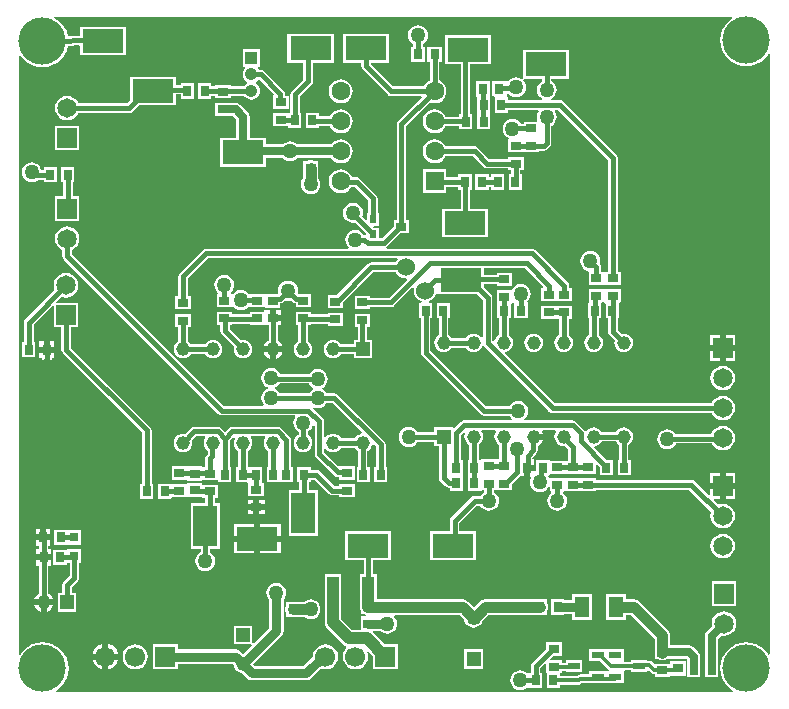
<source format=gtl>
G04*
G04 #@! TF.GenerationSoftware,Altium Limited,Altium Designer,19.1.9 (167)*
G04*
G04 Layer_Physical_Order=1*
G04 Layer_Color=255*
%FSLAX43Y43*%
%MOMM*%
G71*
G01*
G75*
%ADD14C,0.300*%
%ADD29C,1.250*%
%ADD30R,1.250X1.250*%
%ADD31C,1.150*%
%ADD32R,1.150X1.150*%
%ADD37R,1.150X1.150*%
%ADD46R,0.800X0.800*%
%ADD47R,1.300X1.800*%
%ADD48R,1.000X1.800*%
%ADD49R,0.900X0.700*%
%ADD50R,0.600X0.700*%
%ADD51R,1.000X0.600*%
%ADD52R,0.900X0.800*%
%ADD53R,3.500X2.000*%
%ADD54R,0.700X0.900*%
%ADD55R,0.800X0.900*%
%ADD56R,2.000X3.500*%
%ADD57C,0.381*%
%ADD58C,0.900*%
%ADD59C,1.000*%
%ADD60C,0.800*%
%ADD61C,0.700*%
%ADD62C,4.000*%
%ADD63R,1.651X1.651*%
%ADD64C,1.651*%
%ADD65R,1.600X1.600*%
%ADD66C,1.600*%
%ADD67C,1.159*%
%ADD68R,1.159X1.159*%
%ADD69C,1.700*%
%ADD70R,1.700X1.700*%
%ADD71C,1.050*%
%ADD72R,1.050X1.050*%
%ADD73C,1.524*%
%ADD74C,1.270*%
G36*
X60599Y57396D02*
X60630Y57273D01*
X60570Y57241D01*
X60235Y56965D01*
X59959Y56630D01*
X59755Y56247D01*
X59629Y55832D01*
X59586Y55400D01*
X59629Y54968D01*
X59755Y54553D01*
X59959Y54170D01*
X60235Y53835D01*
X60570Y53559D01*
X60953Y53355D01*
X61368Y53229D01*
X61800Y53186D01*
X62232Y53229D01*
X62647Y53355D01*
X63030Y53559D01*
X63365Y53835D01*
X63641Y54170D01*
X63673Y54230D01*
X63796Y54199D01*
X63796Y3401D01*
X63673Y3370D01*
X63641Y3430D01*
X63365Y3765D01*
X63030Y4041D01*
X62647Y4245D01*
X62232Y4371D01*
X61800Y4414D01*
X61368Y4371D01*
X60953Y4245D01*
X60570Y4041D01*
X60235Y3765D01*
X59959Y3430D01*
X59755Y3047D01*
X59629Y2632D01*
X59586Y2200D01*
X59629Y1768D01*
X59755Y1353D01*
X59959Y970D01*
X60235Y635D01*
X60570Y359D01*
X60630Y327D01*
X60599Y204D01*
X3401Y204D01*
X3370Y327D01*
X3430Y359D01*
X3765Y635D01*
X4041Y970D01*
X4245Y1353D01*
X4371Y1768D01*
X4414Y2200D01*
X4371Y2632D01*
X4245Y3047D01*
X4041Y3430D01*
X3765Y3765D01*
X3430Y4041D01*
X3047Y4245D01*
X2632Y4371D01*
X2200Y4414D01*
X1768Y4371D01*
X1353Y4245D01*
X970Y4041D01*
X635Y3765D01*
X359Y3430D01*
X327Y3370D01*
X204Y3401D01*
X204Y54099D01*
X327Y54130D01*
X359Y54070D01*
X635Y53735D01*
X970Y53459D01*
X1353Y53255D01*
X1768Y53129D01*
X2200Y53086D01*
X2632Y53129D01*
X3047Y53255D01*
X3430Y53459D01*
X3765Y53735D01*
X4041Y54070D01*
X4245Y54453D01*
X4371Y54868D01*
X4379Y54943D01*
X5306Y54963D01*
X5397Y54874D01*
Y54147D01*
X9303D01*
Y56553D01*
X5397D01*
Y55767D01*
X4367Y55746D01*
X4245Y56147D01*
X4041Y56530D01*
X3765Y56865D01*
X3430Y57141D01*
X3190Y57269D01*
X3222Y57396D01*
X60599Y57396D01*
D02*
G37*
%LPC*%
G36*
X34000Y56645D02*
X33781Y56617D01*
X33577Y56532D01*
X33402Y56398D01*
X33268Y56223D01*
X33183Y56019D01*
X33155Y55800D01*
X33183Y55581D01*
X33268Y55377D01*
X33402Y55202D01*
X33577Y55068D01*
X33599Y55059D01*
Y54853D01*
X33397D01*
Y53547D01*
X34603D01*
Y54853D01*
X34401D01*
Y55059D01*
X34423Y55068D01*
X34598Y55202D01*
X34732Y55377D01*
X34817Y55581D01*
X34845Y55800D01*
X34817Y56019D01*
X34732Y56223D01*
X34598Y56398D01*
X34423Y56532D01*
X34219Y56617D01*
X34000Y56645D01*
D02*
G37*
G36*
X46803Y54553D02*
X42897D01*
Y52272D01*
X42897Y52241D01*
X42893Y52155D01*
X42876Y52140D01*
X42794Y52126D01*
X42736Y52122D01*
X42723Y52132D01*
X42519Y52217D01*
X42300Y52245D01*
X42081Y52217D01*
X41877Y52132D01*
X41702Y51998D01*
X41630Y51904D01*
X41503Y51947D01*
Y51953D01*
X40297D01*
Y50647D01*
X40416D01*
X40497Y50553D01*
X40497Y50520D01*
Y49247D01*
X41603D01*
Y49527D01*
X44165D01*
X44227Y49400D01*
X44168Y49323D01*
X44083Y49119D01*
X44054Y48900D01*
X44083Y48681D01*
X44113Y48609D01*
X44043Y48503D01*
X42947D01*
Y48326D01*
X42729D01*
X42598Y48498D01*
X42423Y48632D01*
X42219Y48717D01*
X42000Y48745D01*
X41781Y48717D01*
X41577Y48632D01*
X41402Y48498D01*
X41268Y48323D01*
X41183Y48119D01*
X41155Y47900D01*
X41183Y47681D01*
X41268Y47477D01*
X41402Y47302D01*
X41577Y47168D01*
X41668Y47130D01*
X41647Y47003D01*
X41647D01*
Y45897D01*
X44253D01*
Y46049D01*
X44669D01*
X44823Y46079D01*
X44953Y46166D01*
X45184Y46397D01*
X45271Y46527D01*
X45301Y46681D01*
Y48159D01*
X45323Y48168D01*
X45498Y48302D01*
X45632Y48477D01*
X45717Y48681D01*
X45745Y48900D01*
X45717Y49119D01*
X45632Y49323D01*
X45573Y49400D01*
X45635Y49527D01*
X45860D01*
X50099Y45289D01*
Y35803D01*
X49880D01*
X49847Y35803D01*
X49720Y35803D01*
X49501D01*
Y36200D01*
X49471Y36354D01*
X49405Y36453D01*
X49417Y36481D01*
X49445Y36700D01*
X49417Y36919D01*
X49332Y37123D01*
X49198Y37298D01*
X49023Y37432D01*
X48819Y37517D01*
X48600Y37545D01*
X48381Y37517D01*
X48177Y37432D01*
X48002Y37298D01*
X47868Y37123D01*
X47783Y36919D01*
X47755Y36700D01*
X47783Y36481D01*
X47868Y36277D01*
X48002Y36102D01*
X48177Y35968D01*
X48357Y35893D01*
X48447Y35803D01*
Y34697D01*
X49720D01*
X49753Y34697D01*
X49880Y34697D01*
X51153D01*
Y35803D01*
X50901D01*
Y45455D01*
X50871Y45608D01*
X50784Y45739D01*
X46310Y50212D01*
X46180Y50299D01*
X46026Y50330D01*
X45322D01*
X45297Y50457D01*
X45323Y50468D01*
X45498Y50602D01*
X45632Y50777D01*
X45717Y50981D01*
X45745Y51200D01*
X45717Y51419D01*
X45632Y51623D01*
X45498Y51798D01*
X45323Y51932D01*
X45301Y51941D01*
Y52147D01*
X46803D01*
Y54553D01*
D02*
G37*
G36*
X13553Y52303D02*
X9647D01*
Y50314D01*
X9374Y50041D01*
X5247D01*
X5199Y50159D01*
X5034Y50374D01*
X4819Y50539D01*
X4569Y50642D01*
X4300Y50678D01*
X4031Y50642D01*
X3781Y50539D01*
X3566Y50374D01*
X3401Y50159D01*
X3298Y49909D01*
X3262Y49640D01*
X3298Y49371D01*
X3401Y49121D01*
X3566Y48906D01*
X3781Y48741D01*
X4031Y48638D01*
X4300Y48602D01*
X4569Y48638D01*
X4819Y48741D01*
X5034Y48906D01*
X5199Y49121D01*
X5247Y49239D01*
X9540D01*
X9694Y49269D01*
X9824Y49356D01*
X10364Y49897D01*
X13553D01*
Y50799D01*
X13897D01*
Y50447D01*
X15003D01*
Y51753D01*
X13897D01*
Y51601D01*
X13553D01*
Y52303D01*
D02*
G37*
G36*
X31553Y55903D02*
X27647D01*
Y53497D01*
X29199D01*
Y53200D01*
X29229Y53046D01*
X29316Y52916D01*
X31436Y50796D01*
X31566Y50709D01*
X31720Y50679D01*
X34265D01*
X34314Y50561D01*
X32316Y48564D01*
X32229Y48434D01*
X32199Y48280D01*
Y40153D01*
X31947D01*
Y39614D01*
X30940Y38608D01*
X30703D01*
Y39503D01*
X30278D01*
X30218Y39578D01*
X30270Y39697D01*
X30703D01*
Y40803D01*
X30601D01*
Y42000D01*
X30571Y42154D01*
X30484Y42284D01*
X29084Y43684D01*
X28954Y43771D01*
X28800Y43801D01*
X28404D01*
X28336Y43966D01*
X28175Y44175D01*
X27966Y44336D01*
X27722Y44437D01*
X27460Y44472D01*
X27198Y44437D01*
X26954Y44336D01*
X26745Y44175D01*
X26584Y43966D01*
X26483Y43722D01*
X26448Y43460D01*
X26483Y43198D01*
X26584Y42954D01*
X26745Y42745D01*
X26954Y42584D01*
X27198Y42483D01*
X27460Y42448D01*
X27722Y42483D01*
X27966Y42584D01*
X28175Y42745D01*
X28336Y42954D01*
X28355Y42999D01*
X28634D01*
X29799Y41834D01*
Y40803D01*
X29697D01*
Y40237D01*
X29579Y40188D01*
X29279Y40489D01*
X29317Y40581D01*
X29345Y40800D01*
X29317Y41019D01*
X29232Y41223D01*
X29098Y41398D01*
X28923Y41532D01*
X28719Y41617D01*
X28500Y41645D01*
X28281Y41617D01*
X28077Y41532D01*
X27902Y41398D01*
X27768Y41223D01*
X27683Y41019D01*
X27655Y40800D01*
X27683Y40581D01*
X27768Y40377D01*
X27902Y40202D01*
X28077Y40068D01*
X28281Y39983D01*
X28500Y39955D01*
X28657Y39975D01*
X29628Y39004D01*
X29582Y38882D01*
X29570Y38876D01*
X29443Y38901D01*
X29441D01*
X29432Y38923D01*
X29298Y39098D01*
X29123Y39232D01*
X28919Y39317D01*
X28700Y39345D01*
X28481Y39317D01*
X28277Y39232D01*
X28102Y39098D01*
X27968Y38923D01*
X27883Y38719D01*
X27855Y38500D01*
X27883Y38281D01*
X27968Y38077D01*
X28102Y37902D01*
X28126Y37884D01*
X28083Y37757D01*
X16056D01*
X15902Y37727D01*
X15772Y37640D01*
X13816Y35684D01*
X13729Y35554D01*
X13699Y35400D01*
Y33703D01*
X13447D01*
Y32597D01*
X14753D01*
Y33703D01*
X14501D01*
Y35234D01*
X16222Y36954D01*
X32202D01*
X32265Y36827D01*
X32157Y36687D01*
X32122Y36601D01*
X30050D01*
X29896Y36571D01*
X29766Y36484D01*
X27086Y33803D01*
X26347D01*
Y32697D01*
X27653D01*
Y33236D01*
X30216Y35799D01*
X32122D01*
X32157Y35713D01*
X32312Y35512D01*
X32513Y35357D01*
X32748Y35260D01*
X32982Y35229D01*
X33051Y35119D01*
X31534Y33601D01*
X29953D01*
Y33753D01*
X28647D01*
Y32647D01*
X29953D01*
Y32799D01*
X31700D01*
X31854Y32829D01*
X31984Y32916D01*
X33533Y34466D01*
X33654Y34406D01*
X33626Y34200D01*
X33660Y33948D01*
X33757Y33713D01*
X33912Y33512D01*
X34113Y33357D01*
X34298Y33280D01*
X34273Y33153D01*
X34097D01*
Y31847D01*
X34249D01*
Y28950D01*
X34279Y28796D01*
X34366Y28666D01*
X39316Y23716D01*
X39446Y23629D01*
X39600Y23599D01*
X41759D01*
X41768Y23577D01*
X41902Y23402D01*
X41993Y23333D01*
X41950Y23206D01*
X37904D01*
X37751Y23175D01*
X37620Y23088D01*
X37090Y22557D01*
X36963Y22610D01*
Y22614D01*
X35397D01*
Y22201D01*
X33941D01*
X33932Y22223D01*
X33798Y22398D01*
X33623Y22532D01*
X33419Y22617D01*
X33200Y22645D01*
X32981Y22617D01*
X32777Y22532D01*
X32602Y22398D01*
X32468Y22223D01*
X32383Y22019D01*
X32355Y21800D01*
X32383Y21581D01*
X32468Y21377D01*
X32602Y21202D01*
X32777Y21068D01*
X32981Y20983D01*
X33200Y20955D01*
X33419Y20983D01*
X33623Y21068D01*
X33798Y21202D01*
X33932Y21377D01*
X33941Y21399D01*
X35397D01*
Y21048D01*
X35779D01*
Y18320D01*
X35809Y18166D01*
X35896Y18036D01*
X36316Y17616D01*
X36446Y17529D01*
X36600Y17499D01*
X36697D01*
Y17247D01*
X37803D01*
Y18547D01*
X37803D01*
Y19853D01*
X37651D01*
Y21984D01*
X37903Y22235D01*
X38010Y22163D01*
X37957Y22035D01*
X37931Y21831D01*
X37957Y21627D01*
X38036Y21436D01*
X38162Y21273D01*
X38325Y21147D01*
X38334Y21144D01*
Y19853D01*
X38197D01*
Y18553D01*
X38197D01*
Y17247D01*
X39303D01*
Y17247D01*
X39409Y17297D01*
X39599D01*
Y17141D01*
X39577Y17132D01*
X39402Y16998D01*
X39268Y16823D01*
X39259Y16801D01*
X38800D01*
X38646Y16771D01*
X38516Y16684D01*
X36816Y14984D01*
X36729Y14854D01*
X36699Y14700D01*
Y13803D01*
X35047D01*
Y11397D01*
X38953D01*
Y13803D01*
X37501D01*
Y14534D01*
X38966Y15999D01*
X39259D01*
X39268Y15977D01*
X39402Y15802D01*
X39577Y15668D01*
X39781Y15583D01*
X40000Y15555D01*
X40219Y15583D01*
X40423Y15668D01*
X40598Y15802D01*
X40732Y15977D01*
X40817Y16181D01*
X40845Y16400D01*
X40817Y16619D01*
X40732Y16823D01*
X40598Y16998D01*
X40423Y17132D01*
X40401Y17141D01*
Y17297D01*
X41953D01*
Y17836D01*
X42614Y18496D01*
X42946D01*
Y19200D01*
X43200D01*
Y19454D01*
X43854D01*
Y19904D01*
X43673D01*
Y20055D01*
X44014Y20396D01*
X44101Y20526D01*
X44131Y20680D01*
Y21066D01*
X44220Y21103D01*
X44394Y21237D01*
X44528Y21411D01*
X44597Y21577D01*
X43800D01*
Y22085D01*
X44597D01*
X44528Y22251D01*
X44499Y22289D01*
X44555Y22403D01*
X45632D01*
X45695Y22276D01*
X45656Y22226D01*
X45577Y22035D01*
X45551Y21831D01*
X45577Y21627D01*
X45656Y21436D01*
X45782Y21273D01*
X45945Y21147D01*
X46136Y21068D01*
X46340Y21042D01*
X46441Y21055D01*
X46699Y20797D01*
Y19803D01*
X45203D01*
Y19853D01*
X43997D01*
Y18917D01*
X43981Y18909D01*
X43919Y18946D01*
X43454D01*
Y18496D01*
X43475D01*
X43546Y18369D01*
X43483Y18219D01*
X43454Y18000D01*
X43483Y17781D01*
X43568Y17577D01*
X43702Y17402D01*
X43877Y17268D01*
X44081Y17183D01*
X44300Y17155D01*
X44519Y17183D01*
X44723Y17268D01*
X44898Y17402D01*
X45020Y17561D01*
X45077Y17557D01*
X45147Y17526D01*
Y17197D01*
X45253D01*
X45296Y17070D01*
X45202Y16998D01*
X45068Y16823D01*
X44983Y16619D01*
X44955Y16400D01*
X44983Y16181D01*
X45068Y15977D01*
X45202Y15802D01*
X45377Y15668D01*
X45581Y15583D01*
X45800Y15555D01*
X46019Y15583D01*
X46223Y15668D01*
X46398Y15802D01*
X46532Y15977D01*
X46617Y16181D01*
X46645Y16400D01*
X46617Y16619D01*
X46532Y16823D01*
X46398Y16998D01*
X46304Y17070D01*
X46347Y17197D01*
X47747D01*
Y17197D01*
X49053D01*
Y17349D01*
X56984D01*
X58846Y15486D01*
X58798Y15369D01*
X58762Y15100D01*
X58798Y14831D01*
X58901Y14581D01*
X59066Y14366D01*
X59281Y14201D01*
X59531Y14098D01*
X59800Y14062D01*
X60069Y14098D01*
X60319Y14201D01*
X60534Y14366D01*
X60699Y14581D01*
X60802Y14831D01*
X60838Y15100D01*
X60802Y15369D01*
X60699Y15619D01*
X60534Y15834D01*
X60319Y15999D01*
X60069Y16102D01*
X59800Y16138D01*
X59531Y16102D01*
X59414Y16054D01*
X59025Y16443D01*
X59073Y16560D01*
X59546D01*
Y17386D01*
X58721D01*
Y16913D01*
X58603Y16865D01*
X57434Y18034D01*
X57304Y18121D01*
X57150Y18151D01*
X49053D01*
Y18303D01*
X47753D01*
Y18303D01*
X45219D01*
X45147Y18303D01*
X45051Y18378D01*
X45032Y18423D01*
X45024Y18433D01*
X45080Y18547D01*
X45203D01*
Y18697D01*
X47747D01*
Y18697D01*
X49053D01*
Y19463D01*
X49171Y19512D01*
X49397Y19286D01*
Y18547D01*
X50503D01*
Y19853D01*
X49964D01*
X48901Y20916D01*
X48947Y21050D01*
X49084Y21068D01*
X49275Y21147D01*
X49438Y21273D01*
X49559Y21430D01*
X50741D01*
X50862Y21273D01*
X51009Y21160D01*
Y19853D01*
X50897D01*
Y18547D01*
X52003D01*
Y19853D01*
X51811D01*
Y21146D01*
X51815Y21147D01*
X51978Y21273D01*
X52104Y21436D01*
X52183Y21627D01*
X52209Y21831D01*
X52183Y22035D01*
X52104Y22226D01*
X51978Y22389D01*
X51815Y22515D01*
X51624Y22594D01*
X51420Y22620D01*
X51216Y22594D01*
X51025Y22515D01*
X50862Y22389D01*
X50741Y22232D01*
X49559D01*
X49438Y22389D01*
X49275Y22515D01*
X49084Y22594D01*
X48880Y22620D01*
X48676Y22594D01*
X48485Y22515D01*
X48322Y22389D01*
X48274Y22327D01*
X48118Y22332D01*
X48084Y22384D01*
X47380Y23088D01*
X47249Y23175D01*
X47096Y23206D01*
X43050D01*
X43007Y23333D01*
X43098Y23402D01*
X43232Y23577D01*
X43317Y23781D01*
X43345Y24000D01*
X43317Y24219D01*
X43232Y24423D01*
X43098Y24598D01*
X42923Y24732D01*
X42719Y24817D01*
X42500Y24845D01*
X42281Y24817D01*
X42077Y24732D01*
X41902Y24598D01*
X41768Y24423D01*
X41759Y24401D01*
X39766D01*
X35051Y29116D01*
Y31847D01*
X35203D01*
Y33153D01*
X34927D01*
X34902Y33280D01*
X35087Y33357D01*
X35288Y33512D01*
X35443Y33713D01*
X35520Y33898D01*
X35647Y33897D01*
Y33897D01*
X39036D01*
X39499Y33434D01*
Y30249D01*
X39372Y30206D01*
X39278Y30327D01*
X39115Y30453D01*
X38924Y30532D01*
X38720Y30558D01*
X38516Y30532D01*
X38325Y30453D01*
X38162Y30327D01*
X38041Y30170D01*
X36859D01*
X36738Y30327D01*
X36575Y30453D01*
X36566Y30456D01*
Y31847D01*
X36703D01*
Y33153D01*
X35597D01*
Y31847D01*
X35764D01*
Y30436D01*
X35622Y30327D01*
X35496Y30164D01*
X35417Y29973D01*
X35391Y29769D01*
X35417Y29565D01*
X35496Y29374D01*
X35622Y29211D01*
X35785Y29085D01*
X35976Y29006D01*
X36180Y28980D01*
X36384Y29006D01*
X36575Y29085D01*
X36738Y29211D01*
X36859Y29368D01*
X38041D01*
X38162Y29211D01*
X38325Y29085D01*
X38516Y29006D01*
X38720Y28980D01*
X38924Y29006D01*
X39115Y29085D01*
X39278Y29211D01*
X39404Y29374D01*
X39451Y29488D01*
X39594Y29502D01*
X39616Y29469D01*
X45129Y23956D01*
X45259Y23869D01*
X45413Y23839D01*
X58853D01*
X58901Y23721D01*
X59066Y23506D01*
X59281Y23341D01*
X59531Y23238D01*
X59800Y23202D01*
X60069Y23238D01*
X60319Y23341D01*
X60534Y23506D01*
X60699Y23721D01*
X60802Y23971D01*
X60838Y24240D01*
X60802Y24509D01*
X60699Y24759D01*
X60534Y24974D01*
X60319Y25139D01*
X60069Y25242D01*
X59800Y25278D01*
X59531Y25242D01*
X59281Y25139D01*
X59066Y24974D01*
X58901Y24759D01*
X58853Y24641D01*
X45579D01*
X41356Y28864D01*
X41402Y28998D01*
X41464Y29006D01*
X41655Y29085D01*
X41818Y29211D01*
X41944Y29374D01*
X42023Y29565D01*
X42049Y29769D01*
X42023Y29973D01*
X41944Y30164D01*
X41818Y30327D01*
X41681Y30432D01*
Y31847D01*
X41903D01*
Y33097D01*
X41953D01*
Y33181D01*
X42080Y33236D01*
X42111Y33207D01*
X42097Y33153D01*
X42097D01*
Y31847D01*
X43303D01*
Y33153D01*
X43303D01*
X43269Y33280D01*
X43298Y33302D01*
X43432Y33477D01*
X43517Y33681D01*
X43545Y33900D01*
X43517Y34119D01*
X43432Y34323D01*
X43298Y34498D01*
X43123Y34632D01*
X42919Y34717D01*
X42700Y34745D01*
X42481Y34717D01*
X42277Y34632D01*
X42102Y34498D01*
X41968Y34323D01*
X41918Y34203D01*
X40647D01*
Y33097D01*
X40697D01*
Y31847D01*
X40879D01*
Y30458D01*
X40865Y30453D01*
X40702Y30327D01*
X40576Y30164D01*
X40497Y29973D01*
X40364Y29925D01*
X40301Y29974D01*
Y33600D01*
X40271Y33754D01*
X40184Y33884D01*
X39553Y34514D01*
Y34749D01*
X40647D01*
Y34597D01*
X41953D01*
Y35703D01*
X40647D01*
Y35551D01*
X39553D01*
Y36099D01*
X43034D01*
X44602Y34530D01*
X44550Y34403D01*
X44447D01*
Y33297D01*
X47053D01*
Y34403D01*
X46801D01*
Y34600D01*
X46771Y34754D01*
X46684Y34884D01*
X43928Y37640D01*
X43798Y37727D01*
X43644Y37757D01*
X31371D01*
X31333Y37884D01*
X31390Y37922D01*
X32514Y39047D01*
X33253D01*
Y40153D01*
X33001D01*
Y48114D01*
X35034Y50146D01*
X35138Y50103D01*
X35400Y50068D01*
X35662Y50103D01*
X35906Y50204D01*
X36115Y50365D01*
X36276Y50574D01*
X36377Y50818D01*
X36412Y51080D01*
X36377Y51342D01*
X36276Y51586D01*
X36115Y51795D01*
X35906Y51956D01*
X35801Y52000D01*
Y53547D01*
X36003D01*
Y54853D01*
X34797D01*
Y53547D01*
X34999D01*
Y52000D01*
X34894Y51956D01*
X34685Y51795D01*
X34524Y51586D01*
X34480Y51481D01*
X31886D01*
X30001Y53366D01*
Y53497D01*
X31553D01*
Y55903D01*
D02*
G37*
G36*
X27460Y52092D02*
X27198Y52057D01*
X26954Y51956D01*
X26745Y51795D01*
X26584Y51586D01*
X26483Y51342D01*
X26448Y51080D01*
X26483Y50818D01*
X26584Y50574D01*
X26745Y50365D01*
X26954Y50204D01*
X27198Y50103D01*
X27460Y50068D01*
X27722Y50103D01*
X27966Y50204D01*
X28175Y50365D01*
X28336Y50574D01*
X28437Y50818D01*
X28472Y51080D01*
X28437Y51342D01*
X28336Y51586D01*
X28175Y51795D01*
X27966Y51956D01*
X27722Y52057D01*
X27460Y52092D01*
D02*
G37*
G36*
X20628Y54622D02*
X19172D01*
Y53166D01*
X19367D01*
X19410Y53039D01*
X19381Y53016D01*
X19264Y52864D01*
X19191Y52687D01*
X19166Y52497D01*
X19191Y52307D01*
X19264Y52130D01*
X19381Y51978D01*
X19522Y51869D01*
X19530Y51799D01*
X19522Y51728D01*
X19381Y51619D01*
X19290Y51501D01*
X18153D01*
Y51603D01*
X16847D01*
Y51501D01*
X16503D01*
Y51753D01*
X15397D01*
Y50447D01*
X16503D01*
Y50699D01*
X16847D01*
Y50497D01*
X18153D01*
Y50699D01*
X19290D01*
X19381Y50581D01*
X19533Y50464D01*
X19710Y50391D01*
X19900Y50366D01*
X20090Y50391D01*
X20267Y50464D01*
X20419Y50581D01*
X20536Y50733D01*
X20609Y50910D01*
X20634Y51100D01*
X20609Y51290D01*
X20536Y51467D01*
X20419Y51619D01*
X20278Y51728D01*
X20270Y51799D01*
X20278Y51869D01*
X20419Y51978D01*
X20444Y52009D01*
X20612Y52020D01*
X21812Y50821D01*
X21763Y50703D01*
X21747D01*
Y49597D01*
X23053D01*
Y50703D01*
X22753D01*
Y50848D01*
X22723Y51002D01*
X22636Y51132D01*
X20980Y52788D01*
X20849Y52875D01*
X20696Y52906D01*
X20504D01*
X20419Y53016D01*
X20390Y53039D01*
X20433Y53166D01*
X20628D01*
Y54622D01*
D02*
G37*
G36*
X27460Y49552D02*
X27198Y49517D01*
X26954Y49416D01*
X26745Y49255D01*
X26584Y49046D01*
X26553Y48971D01*
X25603D01*
Y49253D01*
X24497D01*
Y47947D01*
X25603D01*
Y48169D01*
X26528D01*
X26584Y48034D01*
X26745Y47825D01*
X26954Y47664D01*
X27198Y47563D01*
X27460Y47528D01*
X27722Y47563D01*
X27966Y47664D01*
X28175Y47825D01*
X28336Y48034D01*
X28437Y48278D01*
X28472Y48540D01*
X28437Y48802D01*
X28336Y49046D01*
X28175Y49255D01*
X27966Y49416D01*
X27722Y49517D01*
X27460Y49552D01*
D02*
G37*
G36*
X40153Y55803D02*
X36247D01*
Y53397D01*
X37599D01*
Y49153D01*
X37497D01*
Y48921D01*
X36328D01*
X36276Y49046D01*
X36115Y49255D01*
X35906Y49416D01*
X35662Y49517D01*
X35400Y49552D01*
X35138Y49517D01*
X34894Y49416D01*
X34685Y49255D01*
X34524Y49046D01*
X34423Y48802D01*
X34388Y48540D01*
X34423Y48278D01*
X34524Y48034D01*
X34685Y47825D01*
X34894Y47664D01*
X35138Y47563D01*
X35400Y47528D01*
X35662Y47563D01*
X35906Y47664D01*
X36115Y47825D01*
X36276Y48034D01*
X36311Y48119D01*
X37497D01*
Y47847D01*
X38603D01*
Y49153D01*
X38401D01*
Y53397D01*
X40153D01*
Y55803D01*
D02*
G37*
G36*
X26853Y55903D02*
X22947D01*
Y53497D01*
X24299D01*
Y52066D01*
X23316Y51084D01*
X23229Y50954D01*
X23199Y50800D01*
Y49253D01*
X22997D01*
Y49203D01*
X21747D01*
Y48097D01*
X22997D01*
Y47947D01*
X24103D01*
Y49253D01*
X24001D01*
Y50634D01*
X24984Y51616D01*
X25071Y51746D01*
X25101Y51900D01*
Y53497D01*
X26853D01*
Y55903D01*
D02*
G37*
G36*
X40103Y51953D02*
X38897D01*
Y50647D01*
X38916D01*
X38997Y50553D01*
Y49247D01*
X38997D01*
X38997Y49153D01*
X38997D01*
Y47847D01*
X40103D01*
Y49153D01*
X40103D01*
X40103Y49247D01*
X40103D01*
Y50553D01*
X40103D01*
Y50647D01*
X40103D01*
Y51953D01*
D02*
G37*
G36*
X5329Y48129D02*
X3271D01*
Y46071D01*
X5329D01*
Y48129D01*
D02*
G37*
G36*
X18550Y50114D02*
X18550Y50114D01*
X17500D01*
X17446Y50103D01*
X16847D01*
Y48997D01*
X17446D01*
X17500Y48986D01*
X18316D01*
X18613Y48689D01*
Y47103D01*
X17247D01*
Y44697D01*
X21153D01*
Y45436D01*
X22576D01*
X22602Y45402D01*
X22777Y45268D01*
X22981Y45183D01*
X23200Y45155D01*
X23419Y45183D01*
X23623Y45268D01*
X23798Y45402D01*
X23824Y45436D01*
X24247D01*
Y45397D01*
X25553D01*
Y45436D01*
X26628D01*
X26745Y45285D01*
X26954Y45124D01*
X27198Y45023D01*
X27460Y44988D01*
X27722Y45023D01*
X27966Y45124D01*
X28175Y45285D01*
X28336Y45494D01*
X28437Y45738D01*
X28472Y46000D01*
X28437Y46262D01*
X28336Y46506D01*
X28175Y46715D01*
X27966Y46876D01*
X27722Y46977D01*
X27460Y47012D01*
X27198Y46977D01*
X26954Y46876D01*
X26745Y46715D01*
X26628Y46564D01*
X25553D01*
Y46603D01*
X24247D01*
Y46564D01*
X23824D01*
X23798Y46598D01*
X23623Y46732D01*
X23419Y46817D01*
X23200Y46845D01*
X22981Y46817D01*
X22777Y46732D01*
X22602Y46598D01*
X22576Y46564D01*
X21153D01*
Y47103D01*
X19741D01*
Y48923D01*
X19698Y49139D01*
X19576Y49322D01*
X19576Y49322D01*
X18949Y49949D01*
X18766Y50071D01*
X18550Y50114D01*
D02*
G37*
G36*
X1300Y45045D02*
X1081Y45017D01*
X877Y44932D01*
X702Y44798D01*
X568Y44623D01*
X483Y44419D01*
X455Y44200D01*
X483Y43981D01*
X568Y43777D01*
X702Y43602D01*
X877Y43468D01*
X1081Y43383D01*
X1300Y43355D01*
X1519Y43383D01*
X1723Y43468D01*
X1893Y43599D01*
X2297D01*
Y43347D01*
X3403D01*
Y44653D01*
X2297D01*
Y44401D01*
X2119D01*
X2117Y44419D01*
X2032Y44623D01*
X1898Y44798D01*
X1723Y44932D01*
X1519Y45017D01*
X1300Y45045D01*
D02*
G37*
G36*
X35400Y47012D02*
X35138Y46977D01*
X34894Y46876D01*
X34685Y46715D01*
X34524Y46506D01*
X34423Y46262D01*
X34388Y46000D01*
X34423Y45738D01*
X34524Y45494D01*
X34685Y45285D01*
X34894Y45124D01*
X35138Y45023D01*
X35400Y44988D01*
X35662Y45023D01*
X35906Y45124D01*
X36115Y45285D01*
X36276Y45494D01*
X36320Y45599D01*
X38634D01*
X39566Y44666D01*
X39696Y44579D01*
X39850Y44549D01*
X41647D01*
Y44397D01*
X41874D01*
Y44053D01*
X41697D01*
Y42747D01*
X42803D01*
Y44053D01*
X42676D01*
Y44397D01*
X42953D01*
Y45503D01*
X41647D01*
Y45351D01*
X40016D01*
X39084Y46284D01*
X38954Y46371D01*
X38800Y46401D01*
X36320D01*
X36276Y46506D01*
X36115Y46715D01*
X35906Y46876D01*
X35662Y46977D01*
X35400Y47012D01*
D02*
G37*
G36*
X40003Y44053D02*
X38797D01*
Y42747D01*
X40003D01*
Y42999D01*
X40197D01*
Y42747D01*
X41303D01*
Y44053D01*
X40197D01*
Y43801D01*
X40003D01*
Y44053D01*
D02*
G37*
G36*
X24900Y45259D02*
X24729Y45236D01*
X24649Y45203D01*
X24247D01*
Y44643D01*
X24241Y44600D01*
Y43718D01*
X24168Y43623D01*
X24083Y43419D01*
X24055Y43200D01*
X24083Y42981D01*
X24168Y42777D01*
X24302Y42602D01*
X24477Y42468D01*
X24681Y42383D01*
X24900Y42355D01*
X25119Y42383D01*
X25323Y42468D01*
X25498Y42602D01*
X25632Y42777D01*
X25717Y42981D01*
X25745Y43200D01*
X25717Y43419D01*
X25632Y43623D01*
X25559Y43718D01*
Y44600D01*
X25553Y44643D01*
Y45203D01*
X25151D01*
X25071Y45236D01*
X24900Y45259D01*
D02*
G37*
G36*
X4903Y44653D02*
X3797D01*
Y43347D01*
X3949D01*
Y42169D01*
X3271D01*
Y40111D01*
X5329D01*
Y42169D01*
X4751D01*
Y43347D01*
X4903D01*
Y44653D01*
D02*
G37*
G36*
X36403Y44463D02*
X34397D01*
Y42457D01*
X36403D01*
Y42999D01*
X37397D01*
Y42747D01*
X37599D01*
Y41103D01*
X36047D01*
Y38697D01*
X39953D01*
Y41103D01*
X38401D01*
Y42747D01*
X38603D01*
Y44053D01*
X37397D01*
Y43801D01*
X36403D01*
Y44463D01*
D02*
G37*
G36*
X4200Y35678D02*
X3931Y35642D01*
X3681Y35539D01*
X3466Y35374D01*
X3301Y35159D01*
X3198Y34909D01*
X3162Y34640D01*
X3198Y34371D01*
X3246Y34254D01*
X766Y31774D01*
X679Y31644D01*
X649Y31490D01*
Y29853D01*
X497D01*
Y28547D01*
X1603D01*
Y29853D01*
X1451D01*
Y31324D01*
X3054Y32926D01*
X3171Y32878D01*
Y31071D01*
X3799D01*
Y29200D01*
X3829Y29046D01*
X3916Y28916D01*
X10649Y22184D01*
Y17853D01*
X10497D01*
Y16547D01*
X11603D01*
Y17853D01*
X11451D01*
Y22350D01*
X11421Y22504D01*
X11334Y22634D01*
X4601Y29366D01*
Y31071D01*
X5229D01*
Y33129D01*
X3422D01*
X3374Y33246D01*
X3814Y33686D01*
X3931Y33638D01*
X4200Y33602D01*
X4469Y33638D01*
X4719Y33741D01*
X4934Y33906D01*
X5099Y34121D01*
X5202Y34371D01*
X5238Y34640D01*
X5202Y34909D01*
X5099Y35159D01*
X4934Y35374D01*
X4719Y35539D01*
X4469Y35642D01*
X4200Y35678D01*
D02*
G37*
G36*
X17600Y35545D02*
X17381Y35517D01*
X17177Y35432D01*
X17002Y35298D01*
X16868Y35123D01*
X16783Y34919D01*
X16755Y34700D01*
X16783Y34481D01*
X16868Y34277D01*
X17002Y34102D01*
X17096Y34030D01*
X17053Y33903D01*
X16947D01*
Y32797D01*
X18253D01*
X18253Y32797D01*
Y32797D01*
X18380Y32831D01*
X18402Y32802D01*
X18577Y32668D01*
X18781Y32583D01*
X19000Y32555D01*
X19219Y32583D01*
X19423Y32668D01*
X19598Y32802D01*
X19620Y32831D01*
X19747Y32797D01*
Y32797D01*
X21047D01*
Y32697D01*
X22353D01*
Y33117D01*
X22463Y33139D01*
X22593Y33226D01*
X22760Y33392D01*
X22781Y33383D01*
X23000Y33355D01*
X23219Y33383D01*
X23240Y33392D01*
X23407Y33226D01*
X23537Y33139D01*
X23647Y33117D01*
Y32797D01*
X24953D01*
Y33903D01*
X24179D01*
X24140Y33911D01*
X23925D01*
X23897Y33929D01*
X23822Y34024D01*
X23845Y34200D01*
X23817Y34419D01*
X23732Y34623D01*
X23598Y34798D01*
X23423Y34932D01*
X23219Y35017D01*
X23000Y35045D01*
X22781Y35017D01*
X22577Y34932D01*
X22402Y34798D01*
X22268Y34623D01*
X22183Y34419D01*
X22155Y34200D01*
X22178Y34024D01*
X22103Y33929D01*
X22075Y33911D01*
X21910D01*
X21871Y33903D01*
X21047D01*
Y33903D01*
X19747D01*
X19747Y33903D01*
Y33903D01*
X19636Y33948D01*
X19598Y33998D01*
X19423Y34132D01*
X19219Y34217D01*
X19000Y34245D01*
X18781Y34217D01*
X18577Y34132D01*
X18402Y33998D01*
X18362Y33946D01*
X18265Y33908D01*
X18173Y33927D01*
X18135Y34054D01*
X18198Y34102D01*
X18332Y34277D01*
X18417Y34481D01*
X18445Y34700D01*
X18417Y34919D01*
X18332Y35123D01*
X18198Y35298D01*
X18023Y35432D01*
X17819Y35517D01*
X17600Y35545D01*
D02*
G37*
G36*
X21446Y32554D02*
X20996D01*
Y32403D01*
X19747D01*
Y32201D01*
X18253D01*
Y32403D01*
X16947D01*
Y31297D01*
X17249D01*
Y30768D01*
X17279Y30614D01*
X17366Y30484D01*
X18416Y29434D01*
X18391Y29238D01*
X18417Y29034D01*
X18496Y28843D01*
X18622Y28680D01*
X18785Y28554D01*
X18976Y28475D01*
X19180Y28449D01*
X19384Y28475D01*
X19575Y28554D01*
X19738Y28680D01*
X19864Y28843D01*
X19943Y29034D01*
X19969Y29238D01*
X19943Y29442D01*
X19864Y29633D01*
X19738Y29796D01*
X19575Y29922D01*
X19384Y30001D01*
X19180Y30027D01*
X18984Y30002D01*
X18051Y30934D01*
Y31297D01*
X18253D01*
Y31399D01*
X19747D01*
Y31297D01*
X20996D01*
Y31246D01*
X21359D01*
Y29990D01*
X21300Y29966D01*
X21126Y29832D01*
X20992Y29658D01*
X20923Y29492D01*
X21720D01*
X22517D01*
X22448Y29658D01*
X22314Y29832D01*
X22161Y29950D01*
Y31246D01*
X22404D01*
Y31646D01*
X21700D01*
Y31900D01*
X21446D01*
Y32554D01*
D02*
G37*
G36*
X22404D02*
X21954D01*
Y32154D01*
X22404D01*
Y32554D01*
D02*
G37*
G36*
X24953Y32403D02*
X23647D01*
Y31297D01*
X23854D01*
Y29913D01*
X23702Y29796D01*
X23576Y29633D01*
X23497Y29442D01*
X23471Y29238D01*
X23497Y29034D01*
X23576Y28843D01*
X23702Y28680D01*
X23865Y28554D01*
X24056Y28475D01*
X24260Y28449D01*
X24464Y28475D01*
X24655Y28554D01*
X24818Y28680D01*
X24944Y28843D01*
X25023Y29034D01*
X25049Y29238D01*
X25023Y29442D01*
X24944Y29633D01*
X24818Y29796D01*
X24656Y29920D01*
Y31297D01*
X24953D01*
Y31399D01*
X26347D01*
Y31197D01*
X27653D01*
Y32303D01*
X26347D01*
Y32201D01*
X24953D01*
Y32403D01*
D02*
G37*
G36*
X29953Y32253D02*
X28647D01*
Y31147D01*
X28899D01*
Y30021D01*
X28557D01*
Y29639D01*
X27479D01*
X27358Y29796D01*
X27195Y29922D01*
X27004Y30001D01*
X26800Y30027D01*
X26596Y30001D01*
X26405Y29922D01*
X26242Y29796D01*
X26116Y29633D01*
X26037Y29442D01*
X26011Y29238D01*
X26037Y29034D01*
X26116Y28843D01*
X26242Y28680D01*
X26405Y28554D01*
X26596Y28475D01*
X26800Y28449D01*
X27004Y28475D01*
X27195Y28554D01*
X27358Y28680D01*
X27479Y28837D01*
X28557D01*
Y28455D01*
X30123D01*
Y30021D01*
X29701D01*
Y31147D01*
X29953D01*
Y32253D01*
D02*
G37*
G36*
X60880Y30399D02*
X60054D01*
Y29574D01*
X60880D01*
Y30399D01*
D02*
G37*
G36*
X59546D02*
X58721D01*
Y29574D01*
X59546D01*
Y30399D01*
D02*
G37*
G36*
X3154Y29904D02*
X2804D01*
Y29454D01*
X3154D01*
Y29904D01*
D02*
G37*
G36*
X2296D02*
X1946D01*
Y29454D01*
X2296D01*
Y29904D01*
D02*
G37*
G36*
X49847Y34303D02*
X49720Y34303D01*
X48447D01*
Y33197D01*
X48397Y33153D01*
X48397D01*
Y31847D01*
X48514D01*
Y30464D01*
X48485Y30453D01*
X48322Y30327D01*
X48196Y30164D01*
X48117Y29973D01*
X48091Y29769D01*
X48117Y29565D01*
X48196Y29374D01*
X48322Y29211D01*
X48485Y29085D01*
X48676Y29006D01*
X48880Y28980D01*
X49084Y29006D01*
X49275Y29085D01*
X49438Y29211D01*
X49564Y29374D01*
X49643Y29565D01*
X49669Y29769D01*
X49643Y29973D01*
X49564Y30164D01*
X49438Y30327D01*
X49316Y30421D01*
Y31847D01*
X49503D01*
Y33153D01*
X49612Y33197D01*
X49788Y33197D01*
X49897Y33091D01*
Y31847D01*
X50099D01*
Y30689D01*
X50129Y30535D01*
X50216Y30405D01*
X50656Y29965D01*
X50631Y29769D01*
X50657Y29565D01*
X50736Y29374D01*
X50862Y29211D01*
X51025Y29085D01*
X51216Y29006D01*
X51420Y28980D01*
X51624Y29006D01*
X51815Y29085D01*
X51978Y29211D01*
X52104Y29374D01*
X52183Y29565D01*
X52209Y29769D01*
X52183Y29973D01*
X52104Y30164D01*
X51978Y30327D01*
X51815Y30453D01*
X51624Y30532D01*
X51420Y30558D01*
X51224Y30533D01*
X50901Y30855D01*
Y31847D01*
X51003D01*
Y33153D01*
X51112Y33197D01*
X51153D01*
Y34303D01*
X49880D01*
X49847Y34303D01*
D02*
G37*
G36*
X47053Y32903D02*
X44447D01*
Y31797D01*
X45969D01*
Y30462D01*
X45945Y30453D01*
X45782Y30327D01*
X45656Y30164D01*
X45577Y29973D01*
X45551Y29769D01*
X45577Y29565D01*
X45656Y29374D01*
X45782Y29211D01*
X45945Y29085D01*
X46136Y29006D01*
X46340Y28980D01*
X46544Y29006D01*
X46735Y29085D01*
X46898Y29211D01*
X47024Y29374D01*
X47103Y29565D01*
X47129Y29769D01*
X47103Y29973D01*
X47024Y30164D01*
X46898Y30327D01*
X46771Y30425D01*
Y31797D01*
X47053D01*
Y32903D01*
D02*
G37*
G36*
X43800Y30558D02*
X43596Y30532D01*
X43405Y30453D01*
X43242Y30327D01*
X43116Y30164D01*
X43037Y29973D01*
X43011Y29769D01*
X43037Y29565D01*
X43116Y29374D01*
X43242Y29211D01*
X43405Y29085D01*
X43596Y29006D01*
X43800Y28980D01*
X44004Y29006D01*
X44195Y29085D01*
X44358Y29211D01*
X44484Y29374D01*
X44563Y29565D01*
X44589Y29769D01*
X44563Y29973D01*
X44484Y30164D01*
X44358Y30327D01*
X44195Y30453D01*
X44004Y30532D01*
X43800Y30558D01*
D02*
G37*
G36*
X14753Y32203D02*
X13447D01*
Y31097D01*
X13699D01*
Y29917D01*
X13542Y29796D01*
X13416Y29633D01*
X13337Y29442D01*
X13311Y29238D01*
X13337Y29034D01*
X13416Y28843D01*
X13542Y28680D01*
X13705Y28554D01*
X13896Y28475D01*
X14100Y28449D01*
X14304Y28475D01*
X14495Y28554D01*
X14658Y28680D01*
X14779Y28837D01*
X15961D01*
X16082Y28680D01*
X16245Y28554D01*
X16436Y28475D01*
X16640Y28449D01*
X16844Y28475D01*
X17035Y28554D01*
X17198Y28680D01*
X17324Y28843D01*
X17403Y29034D01*
X17429Y29238D01*
X17403Y29442D01*
X17324Y29633D01*
X17198Y29796D01*
X17035Y29922D01*
X16844Y30001D01*
X16640Y30027D01*
X16436Y30001D01*
X16245Y29922D01*
X16082Y29796D01*
X15961Y29639D01*
X14779D01*
X14658Y29796D01*
X14501Y29917D01*
Y31097D01*
X14753D01*
Y32203D01*
D02*
G37*
G36*
X22517Y28984D02*
X21974D01*
Y28441D01*
X22140Y28510D01*
X22314Y28644D01*
X22448Y28818D01*
X22517Y28984D01*
D02*
G37*
G36*
X21466D02*
X20923D01*
X20992Y28818D01*
X21126Y28644D01*
X21300Y28510D01*
X21466Y28441D01*
Y28984D01*
D02*
G37*
G36*
X60880Y29066D02*
X60054D01*
Y28240D01*
X60880D01*
Y29066D01*
D02*
G37*
G36*
X59546D02*
X58721D01*
Y28240D01*
X59546D01*
Y29066D01*
D02*
G37*
G36*
X3154Y28946D02*
X2550D01*
X1946D01*
Y28496D01*
X2174D01*
Y27825D01*
X2204Y27671D01*
X2291Y27541D01*
X2316Y27516D01*
X2446Y27429D01*
X2600Y27399D01*
X2754Y27429D01*
X2884Y27516D01*
X2971Y27646D01*
X3001Y27800D01*
X2976Y27926D01*
Y28496D01*
X3154D01*
Y28946D01*
D02*
G37*
G36*
X59800Y27818D02*
X59531Y27782D01*
X59281Y27679D01*
X59066Y27514D01*
X58901Y27299D01*
X58798Y27049D01*
X58762Y26780D01*
X58798Y26511D01*
X58901Y26261D01*
X59066Y26046D01*
X59281Y25881D01*
X59531Y25778D01*
X59800Y25742D01*
X60069Y25778D01*
X60319Y25881D01*
X60534Y26046D01*
X60699Y26261D01*
X60802Y26511D01*
X60838Y26780D01*
X60802Y27049D01*
X60699Y27299D01*
X60534Y27514D01*
X60319Y27679D01*
X60069Y27782D01*
X59800Y27818D01*
D02*
G37*
G36*
X22123Y22675D02*
X18257D01*
X18103Y22644D01*
X17973Y22557D01*
X17650Y22234D01*
X17327Y22557D01*
X17197Y22644D01*
X17043Y22675D01*
X15073D01*
X14920Y22644D01*
X14789Y22557D01*
X14296Y22064D01*
X14100Y22089D01*
X13896Y22063D01*
X13705Y21984D01*
X13542Y21858D01*
X13416Y21695D01*
X13337Y21504D01*
X13311Y21300D01*
X13337Y21096D01*
X13416Y20905D01*
X13542Y20742D01*
X13705Y20616D01*
X13896Y20537D01*
X14100Y20511D01*
X14304Y20537D01*
X14495Y20616D01*
X14658Y20742D01*
X14784Y20905D01*
X14863Y21096D01*
X14889Y21300D01*
X14864Y21496D01*
X15239Y21872D01*
X15932D01*
X15995Y21745D01*
X15956Y21695D01*
X15877Y21504D01*
X15851Y21300D01*
X15877Y21096D01*
X15956Y20905D01*
X16082Y20742D01*
X16199Y20652D01*
Y20366D01*
X16116Y20284D01*
X16029Y20154D01*
X15999Y20000D01*
Y19253D01*
X15753D01*
Y19303D01*
X14453D01*
Y19303D01*
X13147D01*
Y18197D01*
X14447D01*
Y18097D01*
X15753D01*
Y18147D01*
X17053D01*
X17097Y18038D01*
Y17947D01*
X18203D01*
Y19253D01*
X18051D01*
Y21500D01*
X18361Y21810D01*
X18418Y21801D01*
X18448Y21761D01*
X18483Y21662D01*
X18417Y21504D01*
X18391Y21300D01*
X18417Y21096D01*
X18496Y20905D01*
X18622Y20742D01*
X18764Y20633D01*
Y19253D01*
X18597D01*
Y17947D01*
X19538D01*
X19647Y17903D01*
Y16797D01*
X20953D01*
Y17903D01*
X20912D01*
X20803Y17947D01*
Y19253D01*
X19566D01*
Y20613D01*
X19575Y20616D01*
X19738Y20742D01*
X19864Y20905D01*
X19943Y21096D01*
X19969Y21300D01*
X19943Y21504D01*
X19864Y21695D01*
X19825Y21745D01*
X19888Y21872D01*
X21012D01*
X21075Y21745D01*
X21036Y21695D01*
X20957Y21504D01*
X20931Y21300D01*
X20957Y21096D01*
X21036Y20905D01*
X21162Y20742D01*
X21325Y20616D01*
X21334Y20613D01*
Y19253D01*
X21197D01*
Y17947D01*
X22303D01*
Y17947D01*
X23403D01*
Y19253D01*
X23251D01*
Y21546D01*
X23221Y21700D01*
X23134Y21830D01*
X22407Y22557D01*
X22277Y22644D01*
X22123Y22675D01*
D02*
G37*
G36*
X59800Y22738D02*
X59531Y22702D01*
X59281Y22599D01*
X59066Y22434D01*
X58901Y22219D01*
X58832Y22051D01*
X55810D01*
X55698Y22198D01*
X55523Y22332D01*
X55319Y22417D01*
X55100Y22445D01*
X54881Y22417D01*
X54677Y22332D01*
X54502Y22198D01*
X54368Y22023D01*
X54283Y21819D01*
X54255Y21600D01*
X54283Y21381D01*
X54368Y21177D01*
X54502Y21002D01*
X54677Y20868D01*
X54881Y20783D01*
X55100Y20755D01*
X55319Y20783D01*
X55523Y20868D01*
X55698Y21002D01*
X55832Y21177D01*
X55862Y21249D01*
X58874D01*
X58901Y21181D01*
X59066Y20966D01*
X59281Y20801D01*
X59531Y20698D01*
X59800Y20662D01*
X60069Y20698D01*
X60319Y20801D01*
X60534Y20966D01*
X60699Y21181D01*
X60802Y21431D01*
X60838Y21700D01*
X60802Y21969D01*
X60699Y22219D01*
X60534Y22434D01*
X60319Y22599D01*
X60069Y22702D01*
X59800Y22738D01*
D02*
G37*
G36*
X4300Y39638D02*
X4031Y39602D01*
X3781Y39499D01*
X3566Y39334D01*
X3401Y39119D01*
X3298Y38869D01*
X3262Y38600D01*
X3298Y38331D01*
X3401Y38081D01*
X3566Y37866D01*
X3781Y37701D01*
X3899Y37653D01*
Y37100D01*
X3929Y36946D01*
X4016Y36816D01*
X17087Y23745D01*
X17218Y23658D01*
X17371Y23627D01*
X23565D01*
X23627Y23500D01*
X23568Y23423D01*
X23483Y23219D01*
X23455Y23000D01*
X23483Y22781D01*
X23568Y22577D01*
X23702Y22402D01*
X23877Y22268D01*
X23899Y22259D01*
Y21997D01*
X23865Y21984D01*
X23702Y21858D01*
X23576Y21695D01*
X23497Y21504D01*
X23471Y21300D01*
X23497Y21096D01*
X23576Y20905D01*
X23702Y20742D01*
X23865Y20616D01*
X24056Y20537D01*
X24260Y20511D01*
X24464Y20537D01*
X24655Y20616D01*
X24818Y20742D01*
X24944Y20905D01*
X25023Y21096D01*
X25049Y21300D01*
X25023Y21504D01*
X24944Y21695D01*
X24818Y21858D01*
X24701Y21948D01*
Y22259D01*
X24723Y22268D01*
X24898Y22402D01*
X25032Y22577D01*
X25117Y22781D01*
X25238Y22757D01*
Y20361D01*
X25269Y20207D01*
X25356Y20077D01*
X26916Y18516D01*
X27046Y18429D01*
X27200Y18399D01*
X27347D01*
Y18197D01*
X28653D01*
Y19303D01*
X27347D01*
X27347Y19303D01*
Y19303D01*
X27230Y19337D01*
X26041Y20527D01*
Y20795D01*
X26168Y20838D01*
X26242Y20742D01*
X26405Y20616D01*
X26596Y20537D01*
X26800Y20511D01*
X27004Y20537D01*
X27195Y20616D01*
X27358Y20742D01*
X27479Y20899D01*
X28661D01*
X28782Y20742D01*
X28919Y20637D01*
Y19253D01*
X28797D01*
Y17947D01*
X29903D01*
Y19253D01*
X29721D01*
Y20611D01*
X29735Y20616D01*
X29898Y20742D01*
X30024Y20905D01*
X30103Y21096D01*
X30111Y21158D01*
X30245Y21204D01*
X30449Y21000D01*
Y19253D01*
X30297D01*
Y17947D01*
X31403D01*
Y19253D01*
X31251D01*
Y21166D01*
X31221Y21320D01*
X31134Y21450D01*
X27200Y25384D01*
X27070Y25471D01*
X26916Y25501D01*
X26241D01*
X26232Y25523D01*
X26098Y25698D01*
X25923Y25832D01*
X25912Y25837D01*
Y25963D01*
X25923Y25968D01*
X26098Y26102D01*
X26232Y26277D01*
X26317Y26481D01*
X26345Y26700D01*
X26317Y26919D01*
X26232Y27123D01*
X26098Y27298D01*
X25923Y27432D01*
X25719Y27517D01*
X25500Y27545D01*
X25281Y27517D01*
X25077Y27432D01*
X24902Y27298D01*
X24790Y27151D01*
X22352D01*
X22323Y27223D01*
X22188Y27398D01*
X22013Y27532D01*
X21809Y27617D01*
X21590Y27645D01*
X21372Y27617D01*
X21168Y27532D01*
X20993Y27398D01*
X20858Y27223D01*
X20774Y27019D01*
X20745Y26800D01*
X20774Y26581D01*
X20858Y26377D01*
X20993Y26202D01*
X21168Y26068D01*
X21286Y26019D01*
Y25881D01*
X21168Y25832D01*
X20993Y25698D01*
X20858Y25523D01*
X20774Y25319D01*
X20745Y25100D01*
X20774Y24881D01*
X20858Y24677D01*
X20951Y24557D01*
X20888Y24430D01*
X17538D01*
X4701Y37266D01*
Y37653D01*
X4819Y37701D01*
X5034Y37866D01*
X5199Y38081D01*
X5302Y38331D01*
X5338Y38600D01*
X5302Y38869D01*
X5199Y39119D01*
X5034Y39334D01*
X4819Y39499D01*
X4569Y39602D01*
X4300Y39638D01*
D02*
G37*
G36*
X60880Y18719D02*
X60054D01*
Y17894D01*
X60880D01*
Y18719D01*
D02*
G37*
G36*
X59546D02*
X58721D01*
Y17894D01*
X59546D01*
Y18719D01*
D02*
G37*
G36*
X15753Y17903D02*
X14447D01*
Y17803D01*
X13147D01*
X13103Y17853D01*
Y17853D01*
X11997D01*
Y16547D01*
X13103D01*
Y16588D01*
X13147Y16697D01*
X14447D01*
Y16697D01*
X15747D01*
Y16647D01*
X15999D01*
Y16253D01*
X14797D01*
Y12347D01*
X15599D01*
Y12041D01*
X15577Y12032D01*
X15402Y11898D01*
X15268Y11723D01*
X15183Y11519D01*
X15155Y11300D01*
X15183Y11081D01*
X15268Y10877D01*
X15402Y10702D01*
X15577Y10568D01*
X15781Y10483D01*
X16000Y10455D01*
X16219Y10483D01*
X16423Y10568D01*
X16598Y10702D01*
X16732Y10877D01*
X16817Y11081D01*
X16845Y11300D01*
X16817Y11519D01*
X16732Y11723D01*
X16598Y11898D01*
X16423Y12032D01*
X16401Y12041D01*
Y12347D01*
X17203D01*
Y16253D01*
X16801D01*
Y16647D01*
X17053D01*
Y17753D01*
X15753D01*
Y17903D01*
D02*
G37*
G36*
X24903Y19253D02*
X23797D01*
Y17947D01*
X23949D01*
Y17353D01*
X23097D01*
Y13447D01*
X25503D01*
Y17353D01*
X24751D01*
Y17947D01*
X24903D01*
Y18199D01*
X25234D01*
X26466Y16966D01*
X26596Y16879D01*
X26750Y16849D01*
X27347D01*
Y16697D01*
X28653D01*
Y17803D01*
X27347D01*
Y17651D01*
X26916D01*
X25684Y18884D01*
X25554Y18971D01*
X25400Y19001D01*
X24903D01*
Y19253D01*
D02*
G37*
G36*
X60880Y17386D02*
X60054D01*
Y16560D01*
X60880D01*
Y17386D01*
D02*
G37*
G36*
X21004Y16454D02*
X20554D01*
Y16104D01*
X21004D01*
Y16454D01*
D02*
G37*
G36*
X20046D02*
X19596D01*
Y16104D01*
X20046D01*
Y16454D01*
D02*
G37*
G36*
X21004Y15596D02*
X20554D01*
Y15246D01*
X21004D01*
Y15596D01*
D02*
G37*
G36*
X20046D02*
X19596D01*
Y15246D01*
X20046D01*
Y15596D01*
D02*
G37*
G36*
X2854Y14004D02*
X2504D01*
Y13554D01*
X2854D01*
Y14004D01*
D02*
G37*
G36*
X1996D02*
X1646D01*
Y13554D01*
X1996D01*
Y14004D01*
D02*
G37*
G36*
X22404Y14454D02*
X20654D01*
Y13454D01*
X22404D01*
Y14454D01*
D02*
G37*
G36*
X20146D02*
X18396D01*
Y13454D01*
X20146D01*
Y14454D01*
D02*
G37*
G36*
X4303Y13953D02*
X3197D01*
Y12647D01*
X4303D01*
Y12697D01*
X5503D01*
Y13903D01*
X4303D01*
Y13953D01*
D02*
G37*
G36*
X22404Y12946D02*
X20654D01*
Y11946D01*
X22404D01*
Y12946D01*
D02*
G37*
G36*
X20146D02*
X18396D01*
Y11946D01*
X20146D01*
Y12946D01*
D02*
G37*
G36*
X2854Y13046D02*
X2250D01*
X1646D01*
Y12596D01*
X1899D01*
Y12304D01*
X1646D01*
Y11854D01*
X2300D01*
X2954D01*
Y12304D01*
X2701D01*
Y12596D01*
X2854D01*
Y13046D01*
D02*
G37*
G36*
X59800Y13598D02*
X59531Y13562D01*
X59281Y13459D01*
X59066Y13294D01*
X58901Y13079D01*
X58798Y12829D01*
X58762Y12560D01*
X58798Y12291D01*
X58901Y12041D01*
X59066Y11826D01*
X59281Y11661D01*
X59531Y11558D01*
X59800Y11522D01*
X60069Y11558D01*
X60319Y11661D01*
X60534Y11826D01*
X60699Y12041D01*
X60802Y12291D01*
X60838Y12560D01*
X60802Y12829D01*
X60699Y13079D01*
X60534Y13294D01*
X60319Y13459D01*
X60069Y13562D01*
X59800Y13598D01*
D02*
G37*
G36*
X2954Y11346D02*
X2300D01*
X1646D01*
Y10896D01*
X1899D01*
Y8531D01*
X1882Y8524D01*
X1709Y8391D01*
X1576Y8218D01*
X1508Y8054D01*
X2300D01*
X3092D01*
X3024Y8218D01*
X2891Y8391D01*
X2718Y8524D01*
X2701Y8531D01*
Y10896D01*
X2954D01*
Y11346D01*
D02*
G37*
G36*
X48753Y8503D02*
X47047D01*
Y8015D01*
X46403D01*
Y8053D01*
X45297D01*
Y7658D01*
X45282Y7635D01*
X45235Y7400D01*
X45282Y7165D01*
X45297Y7142D01*
Y6747D01*
X46403D01*
Y6785D01*
X47047D01*
Y6297D01*
X48753D01*
Y8503D01*
D02*
G37*
G36*
X60929Y9569D02*
X58871D01*
Y7511D01*
X60929D01*
Y9569D01*
D02*
G37*
G36*
X5503Y12303D02*
X4297D01*
Y12253D01*
X3097D01*
Y10947D01*
X4303D01*
Y11097D01*
X4499D01*
Y10066D01*
X4016Y9584D01*
X3929Y9454D01*
X3899Y9300D01*
Y8578D01*
X3522D01*
Y7022D01*
X5078D01*
Y8578D01*
X4701D01*
Y9134D01*
X5184Y9616D01*
X5271Y9746D01*
X5301Y9900D01*
Y11097D01*
X5503D01*
Y12303D01*
D02*
G37*
G36*
X3092Y7546D02*
X2554D01*
Y7008D01*
X2718Y7076D01*
X2891Y7209D01*
X3024Y7382D01*
X3092Y7546D01*
D02*
G37*
G36*
X2046D02*
X1508D01*
X1576Y7382D01*
X1709Y7209D01*
X1882Y7076D01*
X2046Y7008D01*
Y7546D01*
D02*
G37*
G36*
X24900Y8045D02*
X24681Y8017D01*
X24477Y7932D01*
X24382Y7859D01*
X23400D01*
X23357Y7853D01*
X22797D01*
Y7451D01*
X22764Y7371D01*
X22741Y7200D01*
X22764Y7029D01*
X22797Y6949D01*
Y6547D01*
X23357D01*
X23400Y6541D01*
X24382D01*
X24477Y6468D01*
X24681Y6383D01*
X24900Y6355D01*
X25119Y6383D01*
X25323Y6468D01*
X25498Y6602D01*
X25632Y6777D01*
X25717Y6981D01*
X25745Y7200D01*
X25717Y7419D01*
X25632Y7623D01*
X25498Y7798D01*
X25323Y7932D01*
X25119Y8017D01*
X24900Y8045D01*
D02*
G37*
G36*
X31753Y13803D02*
X27847D01*
Y11397D01*
X29399D01*
Y10203D01*
X29097D01*
Y9146D01*
X29091Y9100D01*
Y7400D01*
X29115Y7216D01*
X29147Y7139D01*
Y6797D01*
X29431D01*
X29445Y6786D01*
X29579Y6730D01*
X29554Y6603D01*
X29147D01*
Y5462D01*
X28441D01*
X27509Y6394D01*
Y9100D01*
X27503Y9146D01*
Y10203D01*
X26097D01*
Y9146D01*
X26091Y9100D01*
Y6100D01*
X26115Y5916D01*
X26186Y5745D01*
X26298Y5598D01*
X27645Y4252D01*
X27792Y4139D01*
X27917Y4087D01*
X27946Y3962D01*
X27943Y3944D01*
X27780Y3731D01*
X27674Y3475D01*
X27638Y3200D01*
X27674Y2925D01*
X27780Y2669D01*
X27949Y2449D01*
X28169Y2280D01*
X28425Y2174D01*
X28700Y2138D01*
X28975Y2174D01*
X29231Y2280D01*
X29451Y2449D01*
X29620Y2669D01*
X29726Y2925D01*
X29762Y3200D01*
X29726Y3475D01*
X29686Y3571D01*
X29794Y3643D01*
X30187Y3250D01*
Y2147D01*
X32293D01*
Y4253D01*
X31190D01*
X30188Y5255D01*
X30184Y5258D01*
X30227Y5385D01*
X30825D01*
X30977Y5268D01*
X31181Y5183D01*
X31400Y5155D01*
X31619Y5183D01*
X31823Y5268D01*
X31998Y5402D01*
X32132Y5577D01*
X32217Y5781D01*
X32245Y6000D01*
X32217Y6219D01*
X32132Y6423D01*
X31998Y6598D01*
X31977Y6614D01*
X32020Y6741D01*
X37499D01*
X37884Y6357D01*
X37893Y6284D01*
X37977Y6082D01*
X38109Y5909D01*
X38282Y5777D01*
X38484Y5693D01*
X38700Y5665D01*
X38916Y5693D01*
X39118Y5777D01*
X39291Y5909D01*
X39423Y6082D01*
X39501Y6269D01*
X39973Y6741D01*
X44350D01*
X44393Y6747D01*
X44903D01*
Y7048D01*
X44921Y7071D01*
X44986Y7229D01*
X45009Y7400D01*
X44986Y7571D01*
X44921Y7729D01*
X44903Y7752D01*
Y8053D01*
X44393D01*
X44350Y8059D01*
X39700D01*
X39529Y8036D01*
X39371Y7971D01*
X39234Y7866D01*
X38736Y7368D01*
X38238Y7866D01*
X38101Y7971D01*
X37943Y8036D01*
X37772Y8059D01*
X30509D01*
Y9100D01*
X30503Y9146D01*
Y10203D01*
X30201D01*
Y11397D01*
X31753D01*
Y13803D01*
D02*
G37*
G36*
X59900Y7038D02*
X59631Y7002D01*
X59381Y6899D01*
X59166Y6734D01*
X59001Y6519D01*
X58898Y6269D01*
X58862Y6000D01*
X58890Y5788D01*
X58451Y5349D01*
X58329Y5166D01*
X58286Y4950D01*
X58286Y4950D01*
Y2100D01*
X58297Y2046D01*
Y1447D01*
X59403D01*
Y2046D01*
X59414Y2100D01*
Y4716D01*
X59688Y4990D01*
X59900Y4962D01*
X60169Y4998D01*
X60419Y5101D01*
X60634Y5266D01*
X60799Y5481D01*
X60902Y5731D01*
X60938Y6000D01*
X60902Y6269D01*
X60799Y6519D01*
X60634Y6734D01*
X60419Y6899D01*
X60169Y7002D01*
X59900Y7038D01*
D02*
G37*
G36*
X22000Y9445D02*
X21781Y9417D01*
X21577Y9332D01*
X21402Y9198D01*
X21268Y9023D01*
X21183Y8819D01*
X21155Y8600D01*
X21183Y8381D01*
X21268Y8177D01*
X21385Y8025D01*
Y7200D01*
Y5605D01*
X20105Y4325D01*
X19978Y4378D01*
Y5828D01*
X18422D01*
Y4272D01*
X19872D01*
X19925Y4145D01*
X19203Y3423D01*
X18991Y3635D01*
X18792Y3768D01*
X18556Y3815D01*
X13653D01*
Y4253D01*
X11547D01*
Y2147D01*
X13653D01*
Y2585D01*
X18302D01*
X18427Y2460D01*
X18442Y2347D01*
X18520Y2158D01*
X18645Y1995D01*
X18808Y1870D01*
X18997Y1792D01*
X19102Y1778D01*
X19515Y1365D01*
X19715Y1232D01*
X19950Y1185D01*
X24516D01*
X24752Y1232D01*
X24951Y1365D01*
X25797Y2211D01*
X25885Y2174D01*
X26160Y2138D01*
X26435Y2174D01*
X26691Y2280D01*
X26911Y2449D01*
X27080Y2669D01*
X27186Y2925D01*
X27222Y3200D01*
X27186Y3475D01*
X27080Y3731D01*
X26911Y3951D01*
X26691Y4120D01*
X26435Y4226D01*
X26160Y4262D01*
X25885Y4226D01*
X25629Y4120D01*
X25409Y3951D01*
X25240Y3731D01*
X25134Y3475D01*
X25105Y3259D01*
X24262Y2415D01*
X20205D01*
X20070Y2550D01*
X22435Y4915D01*
X22568Y5115D01*
X22615Y5350D01*
Y7200D01*
Y8025D01*
X22732Y8177D01*
X22817Y8381D01*
X22845Y8600D01*
X22817Y8819D01*
X22732Y9023D01*
X22598Y9198D01*
X22423Y9332D01*
X22219Y9417D01*
X22000Y9445D01*
D02*
G37*
G36*
X7774Y4280D02*
Y3454D01*
X8600D01*
X8596Y3488D01*
X8484Y3757D01*
X8307Y3987D01*
X8077Y4164D01*
X7808Y4276D01*
X7774Y4280D01*
D02*
G37*
G36*
X7266Y4280D02*
X7232Y4276D01*
X6963Y4164D01*
X6733Y3987D01*
X6556Y3757D01*
X6444Y3488D01*
X6440Y3454D01*
X7266D01*
Y4280D01*
D02*
G37*
G36*
X39528Y3828D02*
X37872D01*
Y2172D01*
X39528D01*
Y3828D01*
D02*
G37*
G36*
X10060Y4262D02*
X9785Y4226D01*
X9529Y4120D01*
X9309Y3951D01*
X9140Y3731D01*
X9034Y3475D01*
X8998Y3200D01*
X9034Y2925D01*
X9140Y2669D01*
X9309Y2449D01*
X9529Y2280D01*
X9785Y2174D01*
X10060Y2138D01*
X10335Y2174D01*
X10591Y2280D01*
X10811Y2449D01*
X10980Y2669D01*
X11086Y2925D01*
X11122Y3200D01*
X11086Y3475D01*
X10980Y3731D01*
X10811Y3951D01*
X10591Y4120D01*
X10335Y4226D01*
X10060Y4262D01*
D02*
G37*
G36*
X7266Y2946D02*
X6440D01*
X6444Y2912D01*
X6556Y2643D01*
X6733Y2413D01*
X6963Y2236D01*
X7232Y2124D01*
X7266Y2120D01*
Y2946D01*
D02*
G37*
G36*
X8600D02*
X7774D01*
Y2120D01*
X7808Y2124D01*
X8077Y2236D01*
X8307Y2413D01*
X8484Y2643D01*
X8596Y2912D01*
X8600Y2946D01*
D02*
G37*
G36*
X46153Y4403D02*
X44847D01*
Y3864D01*
X43666Y2684D01*
X43579Y2554D01*
X43549Y2400D01*
Y1853D01*
X43397D01*
Y1812D01*
X43270Y1769D01*
X43248Y1798D01*
X43073Y1932D01*
X42869Y2017D01*
X42650Y2045D01*
X42431Y2017D01*
X42227Y1932D01*
X42052Y1798D01*
X41918Y1623D01*
X41833Y1419D01*
X41805Y1200D01*
X41833Y981D01*
X41918Y777D01*
X42052Y602D01*
X42227Y468D01*
X42431Y383D01*
X42650Y355D01*
X42869Y383D01*
X43073Y468D01*
X43248Y602D01*
X43270Y631D01*
X43397Y588D01*
Y547D01*
X44503D01*
Y1853D01*
X44351D01*
Y2234D01*
X44729Y2612D01*
X44847Y2563D01*
Y1797D01*
X44897D01*
Y547D01*
X46003D01*
Y840D01*
X47600D01*
X47738Y867D01*
X47855Y945D01*
X47899Y990D01*
X48497D01*
Y947D01*
X49903D01*
Y947D01*
X49997D01*
Y947D01*
X51403D01*
Y1913D01*
X51403Y1953D01*
X51494Y2040D01*
X51997D01*
Y1897D01*
X53403D01*
Y2008D01*
X53530Y2061D01*
X53745Y1845D01*
X53862Y1767D01*
X54000Y1740D01*
X54047D01*
Y1497D01*
X55353D01*
Y1597D01*
X56653D01*
Y2803D01*
X55347D01*
Y2603D01*
X54047D01*
X54047Y2603D01*
Y2603D01*
X53946Y2663D01*
X53855Y2755D01*
X53738Y2833D01*
X53600Y2860D01*
X53403D01*
Y2903D01*
X51997D01*
Y2760D01*
X51494D01*
X51403Y2847D01*
Y3853D01*
X49997D01*
X49997Y3853D01*
X49903D01*
Y3853D01*
X49870Y3853D01*
X48497D01*
Y2847D01*
X49394D01*
X50095Y2145D01*
X50193Y2080D01*
X50187Y1997D01*
X50172Y1953D01*
X49997D01*
Y1953D01*
X49903D01*
Y1953D01*
X48497D01*
Y1710D01*
X47750D01*
X47612Y1683D01*
X47495Y1605D01*
X47451Y1560D01*
X46003D01*
Y1797D01*
X46153D01*
Y1965D01*
X46497D01*
Y1897D01*
X47903D01*
Y2903D01*
X46497D01*
Y2685D01*
X46153D01*
Y2903D01*
X45187D01*
X45138Y3021D01*
X45414Y3297D01*
X46153D01*
Y4403D01*
D02*
G37*
G36*
X51653Y8503D02*
X49947D01*
Y6297D01*
X51653D01*
Y6741D01*
X52027D01*
X54041Y4727D01*
Y3550D01*
X54047Y3507D01*
Y2997D01*
X54348D01*
X54371Y2979D01*
X54529Y2914D01*
X54700Y2891D01*
X54871Y2914D01*
X55029Y2979D01*
X55052Y2997D01*
X56653D01*
Y2997D01*
X56770Y2972D01*
X56786Y2956D01*
Y2100D01*
X56797Y2046D01*
Y1447D01*
X57903D01*
Y2046D01*
X57914Y2100D01*
Y3190D01*
X57914Y3190D01*
X57871Y3406D01*
X57749Y3589D01*
X57749Y3589D01*
X57339Y3999D01*
X57156Y4121D01*
X56940Y4164D01*
X56940Y4164D01*
X56653D01*
Y4203D01*
X55359D01*
Y5000D01*
X55336Y5171D01*
X55271Y5329D01*
X55166Y5466D01*
X52866Y7766D01*
X52809Y7809D01*
X52766Y7866D01*
X52629Y7971D01*
X52471Y8036D01*
X52300Y8059D01*
X51653D01*
Y8503D01*
D02*
G37*
%LPD*%
G36*
X44499Y51941D02*
X44477Y51932D01*
X44302Y51798D01*
X44168Y51623D01*
X44083Y51419D01*
X44055Y51200D01*
X44083Y50981D01*
X44168Y50777D01*
X44302Y50602D01*
X44477Y50468D01*
X44503Y50457D01*
X44478Y50330D01*
X41603D01*
Y50553D01*
X41584D01*
X41503Y50647D01*
X41503Y50680D01*
Y50853D01*
X41630Y50896D01*
X41702Y50802D01*
X41877Y50668D01*
X42081Y50583D01*
X42300Y50555D01*
X42519Y50583D01*
X42723Y50668D01*
X42898Y50802D01*
X43032Y50977D01*
X43117Y51181D01*
X43145Y51400D01*
X43117Y51619D01*
X43032Y51823D01*
X42902Y51993D01*
X42898Y51998D01*
X42896Y52026D01*
X43008Y52147D01*
X44499Y52147D01*
Y51941D01*
D02*
G37*
G36*
X40615Y22276D02*
X40576Y22226D01*
X40497Y22035D01*
X40471Y21831D01*
X40497Y21627D01*
X40576Y21436D01*
X40702Y21273D01*
X40865Y21147D01*
X40879Y21142D01*
Y19903D01*
X39347D01*
Y19903D01*
X39303Y19853D01*
X39136D01*
Y21164D01*
X39278Y21273D01*
X39404Y21436D01*
X39483Y21627D01*
X39509Y21831D01*
X39483Y22035D01*
X39404Y22226D01*
X39365Y22276D01*
X39428Y22403D01*
X40552D01*
X40615Y22276D01*
D02*
G37*
G36*
X24768Y26277D02*
X24902Y26102D01*
X25077Y25968D01*
X25088Y25963D01*
Y25837D01*
X25077Y25832D01*
X24902Y25698D01*
X24768Y25523D01*
X24759Y25501D01*
X22331D01*
X22323Y25523D01*
X22188Y25698D01*
X22013Y25832D01*
X21895Y25881D01*
Y26019D01*
X22013Y26068D01*
X22188Y26202D01*
X22301Y26349D01*
X24738D01*
X24768Y26277D01*
D02*
G37*
G36*
X29244Y22205D02*
X29198Y22071D01*
X29136Y22063D01*
X28945Y21984D01*
X28782Y21858D01*
X28661Y21701D01*
X27479D01*
X27358Y21858D01*
X27195Y21984D01*
X27004Y22063D01*
X26800Y22089D01*
X26596Y22063D01*
X26405Y21984D01*
X26242Y21858D01*
X26168Y21762D01*
X26041Y21805D01*
Y23115D01*
X26010Y23269D01*
X25923Y23399D01*
X25103Y24220D01*
X25175Y24328D01*
X25281Y24283D01*
X25500Y24255D01*
X25719Y24283D01*
X25923Y24368D01*
X26098Y24502D01*
X26232Y24677D01*
X26241Y24699D01*
X26750D01*
X29244Y22205D01*
D02*
G37*
D14*
X45525Y2325D02*
X47175D01*
X45500Y2350D02*
X45525Y2325D01*
X47175D02*
X47200Y2300D01*
X49200Y1350D02*
X50700D01*
X50700Y1450D01*
X47750Y1350D02*
X49200D01*
X54000Y2100D02*
X54650D01*
X53600Y2500D02*
X54000Y2100D01*
X52800Y2500D02*
X53600D01*
X54650Y2100D02*
X54700Y2050D01*
X45450Y1200D02*
X47600D01*
X47750Y1350D01*
X49400Y3350D02*
X50350Y2400D01*
X49200Y3250D02*
X49400D01*
X50350Y2400D02*
X52700D01*
X52800Y2500D01*
X54700Y2050D02*
X54725Y2075D01*
X55975D01*
X56000Y2100D01*
D29*
X38700Y6500D02*
D03*
D30*
Y3000D02*
D03*
D31*
X19200Y2550D02*
D03*
X2300Y7800D02*
D03*
D32*
X19200Y5050D02*
D03*
D37*
X4300Y7800D02*
D03*
D46*
X4900Y13300D02*
D03*
Y11700D02*
D03*
D47*
X47900Y7400D02*
D03*
X50800D02*
D03*
D48*
X29800Y9100D02*
D03*
X26800D02*
D03*
D49*
X32600Y39600D02*
D03*
X17600Y31850D02*
D03*
Y33350D02*
D03*
X29300Y33200D02*
D03*
Y31700D02*
D03*
X14100Y33150D02*
D03*
Y31650D02*
D03*
X27000Y31750D02*
D03*
Y33250D02*
D03*
X28000Y18750D02*
D03*
Y17250D02*
D03*
X24300Y33350D02*
D03*
Y31850D02*
D03*
X17500Y49550D02*
D03*
Y51050D02*
D03*
X20400Y33350D02*
D03*
Y31850D02*
D03*
X22400Y48650D02*
D03*
Y50150D02*
D03*
X20300Y15850D02*
D03*
Y17350D02*
D03*
X16400Y17200D02*
D03*
Y18700D02*
D03*
X13800Y18750D02*
D03*
Y17250D02*
D03*
X45800Y17750D02*
D03*
Y19250D02*
D03*
X42300Y46450D02*
D03*
Y44950D02*
D03*
X45500Y2350D02*
D03*
Y3850D02*
D03*
X40000Y19350D02*
D03*
Y17850D02*
D03*
X43600Y46450D02*
D03*
Y47950D02*
D03*
X54700Y3550D02*
D03*
Y2050D02*
D03*
X46400Y32350D02*
D03*
Y33850D02*
D03*
X48400Y17750D02*
D03*
Y19250D02*
D03*
X47100Y19250D02*
D03*
Y17750D02*
D03*
X50500Y35250D02*
D03*
Y33750D02*
D03*
X41300Y19350D02*
D03*
Y17850D02*
D03*
X41300Y35150D02*
D03*
Y33650D02*
D03*
X49100Y33750D02*
D03*
Y35250D02*
D03*
X45100Y32350D02*
D03*
Y33850D02*
D03*
D50*
X30200Y38950D02*
D03*
Y40250D02*
D03*
D51*
X49200Y3350D02*
D03*
Y1450D02*
D03*
X47200Y2400D02*
D03*
X52700Y2400D02*
D03*
X50700Y3350D02*
D03*
Y1450D02*
D03*
D52*
X21700Y33300D02*
D03*
Y31900D02*
D03*
X24900Y44600D02*
D03*
Y46000D02*
D03*
X15100Y18700D02*
D03*
Y17300D02*
D03*
X56000Y2200D02*
D03*
Y3600D02*
D03*
X29800Y7400D02*
D03*
Y6000D02*
D03*
D53*
X7350Y55350D02*
D03*
X24900Y54700D02*
D03*
X44850Y53350D02*
D03*
X29800Y12600D02*
D03*
X11600Y51100D02*
D03*
X38000Y39900D02*
D03*
X37600Y35100D02*
D03*
X38200Y54600D02*
D03*
X29600Y54700D02*
D03*
X19200Y45900D02*
D03*
X20400Y13200D02*
D03*
X37000Y12600D02*
D03*
D54*
X1050Y29200D02*
D03*
X2550D02*
D03*
X14450Y51100D02*
D03*
X15950D02*
D03*
X4350Y44000D02*
D03*
X2850D02*
D03*
X25050Y48600D02*
D03*
X23550D02*
D03*
X36150Y32500D02*
D03*
X34650D02*
D03*
X20250Y18600D02*
D03*
X21750D02*
D03*
X17650D02*
D03*
X19150D02*
D03*
X24350Y18600D02*
D03*
X22850D02*
D03*
X30850Y18600D02*
D03*
X29350D02*
D03*
X39550Y48500D02*
D03*
X38050D02*
D03*
X38750Y17900D02*
D03*
X37250D02*
D03*
X41050Y49900D02*
D03*
X39550D02*
D03*
X42250Y43400D02*
D03*
X40750D02*
D03*
X12550Y17200D02*
D03*
X11050D02*
D03*
X45450Y1200D02*
D03*
X43950D02*
D03*
X44350Y7400D02*
D03*
X45850D02*
D03*
X57350Y2100D02*
D03*
X58850D02*
D03*
X38750Y19200D02*
D03*
X37250D02*
D03*
X49950Y19200D02*
D03*
X51450D02*
D03*
X3750Y13300D02*
D03*
X2250D02*
D03*
X50450Y32500D02*
D03*
X48950D02*
D03*
D55*
X34000Y54200D02*
D03*
X35400D02*
D03*
X39400Y43400D02*
D03*
X38000D02*
D03*
X39500Y51300D02*
D03*
X40900D02*
D03*
X43200Y19200D02*
D03*
X44600D02*
D03*
X42700Y32500D02*
D03*
X41300D02*
D03*
X22000Y7200D02*
D03*
X23400D02*
D03*
X2300Y11600D02*
D03*
X3700D02*
D03*
D56*
X24300Y15400D02*
D03*
X16000Y14300D02*
D03*
D57*
X7050Y55400D02*
X7325Y55125D01*
X2200Y55300D02*
X7050Y55400D01*
X43950Y1200D02*
Y2400D01*
X45400Y3850D01*
X42675Y1225D02*
X43975D01*
X42650Y1200D02*
X42675Y1225D01*
X38700Y6500D02*
X38800D01*
X38672D02*
X38700D01*
X19900Y52497D02*
X19907Y52504D01*
X22352Y50198D02*
Y50848D01*
X19907Y52504D02*
X20696D01*
X22352Y50848D01*
Y50198D02*
X22400Y50150D01*
X17500Y51050D02*
X17550Y51100D01*
X19900D01*
X21590Y25100D02*
X25500D01*
X21590Y26800D02*
X21700D01*
X45400Y3850D02*
X45500D01*
X43950Y1200D02*
X43975Y1225D01*
X45500Y3850D02*
X45500Y3850D01*
X4900Y9900D02*
Y11700D01*
X4300Y7800D02*
Y9300D01*
X4900Y9900D01*
X44750Y53250D02*
X44900Y53100D01*
Y51200D02*
Y53100D01*
X44800Y51200D02*
X44900D01*
X44672Y51072D02*
X44800Y51200D01*
X44900Y46681D02*
Y48900D01*
X44669Y46450D02*
X44900Y46681D01*
X43600Y46450D02*
X44669D01*
X46026Y49929D02*
X50500Y45455D01*
X41079Y49929D02*
X46026D01*
X41050Y49900D02*
X41079Y49929D01*
X50500Y35250D02*
Y45455D01*
X42300Y46450D02*
X43600D01*
X40900Y51300D02*
X40950Y51350D01*
X42250D01*
X42300Y51400D01*
X23600Y50800D02*
X24700Y51900D01*
Y54500D01*
X24900Y54700D01*
X16000Y11300D02*
Y13300D01*
X17600Y33550D02*
Y34700D01*
X17500Y33450D02*
X17600Y33550D01*
X17500Y33450D02*
X17600Y33350D01*
X34000Y54100D02*
Y55800D01*
X33800Y54400D02*
X34000Y54200D01*
X24300Y21340D02*
Y23000D01*
X24260Y21300D02*
X24300Y21340D01*
X25639Y20361D02*
Y23115D01*
X24726Y24029D02*
X25639Y23115D01*
X17371Y24029D02*
X24726D01*
X4300Y37100D02*
X17371Y24029D01*
X22309Y33509D02*
X23000Y34200D01*
X23000D01*
X21700Y33300D02*
X21910Y33509D01*
X22309D01*
X23000Y34200D02*
X23691Y33509D01*
X24140D02*
X24300Y33350D01*
X23691Y33509D02*
X24140D01*
X30850Y18600D02*
Y21166D01*
X26916Y25100D02*
X30850Y21166D01*
X25500Y25100D02*
X26916D01*
X21700Y26800D02*
X21750Y26750D01*
X25450D01*
X25500Y26700D01*
X25639Y20361D02*
X27200Y18800D01*
X19000Y33400D02*
X20250D01*
X20400Y33250D01*
X17600Y31850D02*
X17650Y31800D01*
X20350D02*
X20400Y31850D01*
X17650Y31800D02*
X20350D01*
X17650Y30768D02*
X19180Y29238D01*
X17650Y30768D02*
Y31800D01*
X24350Y15450D02*
Y18600D01*
X24300Y15400D02*
X24350Y15450D01*
Y18600D02*
X25400D01*
X26750Y17250D02*
X28000D01*
X25400Y18600D02*
X26750Y17250D01*
X22123Y22273D02*
X22850Y21546D01*
Y18600D02*
Y21546D01*
X40900Y51300D02*
Y51350D01*
X29600Y53200D02*
Y54700D01*
X31720Y51080D02*
X35400D01*
X29600Y53200D02*
X31720Y51080D01*
X44750Y53250D02*
X44850Y53350D01*
X38000Y48600D02*
Y54100D01*
X11600Y51100D02*
X11700Y51200D01*
X14350D02*
X14450Y51100D01*
X11700Y51200D02*
X14350D01*
X2300Y7800D02*
X2300Y7800D01*
Y11600D01*
X2300Y11600D01*
X2550Y29200D02*
X2575Y29175D01*
Y27825D02*
Y29175D01*
Y27825D02*
X2600Y27800D01*
X1050Y29100D02*
Y31490D01*
X22000Y8600D02*
X22000Y8600D01*
X29800Y9100D02*
Y12600D01*
X37000D02*
X37100Y12700D01*
X38800Y16400D02*
X40000D01*
X37100Y12700D02*
Y14700D01*
X38800Y16400D01*
X40000D02*
Y17850D01*
X14100Y35400D02*
X16056Y37356D01*
X21760Y31760D02*
X21800Y31800D01*
X1300Y44200D02*
X1500Y44000D01*
X35400Y35100D02*
X37600D01*
X4300Y37100D02*
Y38600D01*
X35400Y51080D02*
Y54200D01*
X25050Y48600D02*
X25080Y48570D01*
X32500Y39600D02*
X32600D01*
X35420Y48520D02*
X38030D01*
X35460Y43400D02*
X38000D01*
X24255Y29243D02*
Y31795D01*
X26950Y31800D02*
X27000Y31750D01*
X30050Y36200D02*
X33000D01*
X29443Y38500D02*
X29737Y38206D01*
X1050Y31490D02*
X4200Y34640D01*
X29600Y54700D02*
X30350D01*
X22400Y48650D02*
X22425Y48625D01*
X32600Y39600D02*
Y48280D01*
X29300Y33200D02*
X31700D01*
X29300Y29278D02*
X29340Y29238D01*
X36180Y29769D02*
X38720D01*
X24300Y31800D02*
X26950D01*
X15950Y51100D02*
X17500D01*
X23550Y48600D02*
X23600Y48650D01*
X27400Y43400D02*
X27460Y43460D01*
X21720Y29238D02*
X21760Y29278D01*
X14100Y33150D02*
Y35400D01*
X28500Y40700D02*
X30200Y39000D01*
X34600Y34200D02*
Y34300D01*
X4200Y29200D02*
Y32100D01*
X4300Y49640D02*
X9540D01*
X34650Y28950D02*
X39600Y24000D01*
X36165Y29784D02*
X36180Y29769D01*
X4350Y41190D02*
Y44000D01*
X14100Y29238D02*
Y31650D01*
X37600Y35100D02*
X37650Y35150D01*
X16056Y37356D02*
X43644D01*
X21760Y29278D02*
Y31760D01*
X37650Y35150D02*
X41300D01*
X1500Y44000D02*
X2850D01*
X27000Y33250D02*
X27100D01*
X31106Y38206D02*
X32500Y39600D01*
X25080Y48570D02*
X27430D01*
X35400Y48540D02*
X35420Y48520D01*
X35400Y43460D02*
X35460Y43400D01*
X24255Y29243D02*
X24260Y29238D01*
X28800Y43400D02*
X30200Y42000D01*
Y38950D02*
Y39000D01*
X29737Y38206D02*
X31106D01*
X22425Y48625D02*
X23525D01*
X31700Y33200D02*
X35000Y36500D01*
X27230Y51210D02*
X27235Y51205D01*
X29300Y29278D02*
Y31700D01*
X27400Y43400D02*
X28800D01*
X28700Y38500D02*
X29443D01*
X28500Y40700D02*
Y40800D01*
X34600Y34300D02*
X35400Y35100D01*
X14100Y29238D02*
X16640D01*
X9540Y49640D02*
X11000Y51100D01*
X34650Y28950D02*
Y32500D01*
X14100Y31650D02*
X14100Y31650D01*
X35400Y46000D02*
X38800D01*
X23600Y48650D02*
Y50800D01*
X24900Y43200D02*
X24900Y43200D01*
X27100Y33250D02*
X30050Y36200D01*
X27430Y48570D02*
X27460Y48540D01*
X32600Y48280D02*
X35400Y51080D01*
X24250Y31900D02*
X24255Y31895D01*
X30200Y40250D02*
Y42000D01*
X4200Y29200D02*
X11050Y22350D01*
X23525Y48625D02*
X23550Y48600D01*
X35000Y36500D02*
X43200D01*
X36165Y29784D02*
Y32485D01*
X4350Y41190D02*
X4400Y41140D01*
X26800Y29238D02*
X29340D01*
X39850Y44950D02*
X42300D01*
X38800Y46000D02*
X39850Y44950D01*
X42275Y43425D02*
Y44925D01*
X42250Y43400D02*
X42275Y43425D01*
X43644Y37356D02*
X46400Y34600D01*
X39400Y43400D02*
X40750D01*
X38000Y39900D02*
Y43400D01*
Y39900D02*
X38000Y39900D01*
X46400Y33800D02*
Y34600D01*
X39100Y34400D02*
X39900Y33600D01*
Y29753D02*
Y33600D01*
X49100Y35250D02*
Y36200D01*
X48600Y36700D02*
X49100Y36200D01*
X47900Y7400D02*
X47900Y7400D01*
X39525Y49900D02*
Y51275D01*
X16400Y18700D02*
Y20000D01*
X16600Y20200D01*
X13825Y18725D02*
X16375D01*
X16600Y20200D02*
Y21260D01*
X11050Y17200D02*
Y22350D01*
X38050Y48500D02*
Y48600D01*
X45100Y33800D02*
Y34600D01*
X43200Y36500D02*
X45100Y34600D01*
X42000Y47900D02*
X42025Y47925D01*
X43575D01*
X36149Y21800D02*
X36180Y21831D01*
X33200Y21800D02*
X36149D01*
X45100Y32350D02*
X46400D01*
X42700Y33900D02*
X42700Y33900D01*
X42700Y32400D02*
Y33900D01*
X38030Y48520D02*
X38050Y48500D01*
X39525Y48525D02*
Y49900D01*
Y48525D02*
X39550Y48500D01*
X39500Y51300D02*
X39525Y51275D01*
X39900Y29753D02*
X45413Y24240D01*
X46370Y29799D02*
Y32270D01*
X46340Y29769D02*
X46370Y29799D01*
X27200Y18800D02*
X27950D01*
X28000Y18750D01*
X2250Y13300D02*
X2250Y13300D01*
X12550Y17200D02*
X12575Y17225D01*
X13775D01*
X13800Y17250D01*
X16350Y17250D02*
X16400Y17200D01*
Y14700D02*
Y17200D01*
X20300Y15850D02*
X20325Y15825D01*
X15150Y17250D02*
X16350D01*
X15100Y17300D02*
X15150Y17250D01*
X20250Y18600D02*
X20275Y18575D01*
Y17375D02*
Y18575D01*
Y17375D02*
X20300Y17350D01*
X17650Y21666D02*
X18257Y22273D01*
X22123D01*
X19150Y18600D02*
X20250D01*
X21735Y18615D02*
X21750Y18600D01*
X21735Y18615D02*
Y21285D01*
X21720Y21300D02*
X21735Y21285D01*
X16375Y18725D02*
X16400Y18700D01*
X13800Y18750D02*
X13825Y18725D01*
X16600Y21260D02*
X16640Y21300D01*
X14100D02*
X15073Y22273D01*
X17043D01*
X17650Y21666D01*
Y18600D02*
Y21666D01*
X19165Y21285D02*
X19180Y21300D01*
X19165Y18615D02*
Y21285D01*
X19150Y18600D02*
X19165Y18615D01*
X29300Y18750D02*
X29320Y18770D01*
Y21280D01*
X29340Y21300D01*
X26800D02*
X29340D01*
X45413Y24240D02*
X59800D01*
X44300Y18000D02*
X44450Y18150D01*
Y19050D01*
X44600Y19200D01*
X45800Y16400D02*
X45800Y16400D01*
X45800Y16400D02*
Y17750D01*
X55100Y21600D02*
X55150Y21650D01*
X59750D01*
X59800Y21700D01*
X48400Y17750D02*
X57150D01*
X59800Y15100D01*
X47100Y17750D02*
X48400D01*
X48400Y17750D01*
X37904Y22804D02*
X47096D01*
X47800Y22100D01*
Y21450D02*
Y22100D01*
Y21450D02*
X49950Y19300D01*
Y19200D02*
Y19300D01*
X39600Y24000D02*
X42500D01*
X42400Y18850D02*
Y20800D01*
X41400Y17850D02*
X42400Y18850D01*
X41300Y17850D02*
X41400D01*
X36180Y18320D02*
X36600Y17900D01*
X36180Y18320D02*
Y21831D01*
X36600Y17900D02*
X37250D01*
X37250Y17900D01*
X37250Y22150D02*
X37904Y22804D01*
X43730Y20680D02*
Y21761D01*
X43272Y20222D02*
X43730Y20680D01*
X43272Y19272D02*
Y20222D01*
X43730Y21761D02*
X43800Y21831D01*
X37250Y19200D02*
Y22150D01*
X38735Y17915D02*
Y21816D01*
X38720Y21831D02*
X38735Y21816D01*
Y17915D02*
X38750Y17900D01*
Y19200D02*
X38750Y19200D01*
X48880Y21831D02*
X51420D01*
X51410Y21821D02*
X51420Y21831D01*
X51410Y19260D02*
Y21821D01*
X51400Y19250D02*
X51410Y19260D01*
X46340Y21723D02*
Y21831D01*
Y21723D02*
X47100Y20963D01*
Y19250D02*
Y20963D01*
X45800Y19250D02*
X47100D01*
X48400D01*
X48400Y19250D01*
X50475Y33725D02*
X50500Y33750D01*
X50475Y32375D02*
Y33725D01*
X50450Y32350D02*
X50475Y32375D01*
X50500Y30689D02*
X51420Y29769D01*
X50450Y32350D02*
X50500Y32300D01*
Y30689D02*
Y32300D01*
X48975Y33675D02*
X49000Y33700D01*
X48975Y32375D02*
Y33675D01*
X48950Y32350D02*
X48975Y32375D01*
X48880Y29769D02*
X48915Y29804D01*
Y32315D02*
X48950Y32350D01*
X48915Y29804D02*
Y32315D01*
X41280Y32380D02*
X41300Y32400D01*
X41280Y29789D02*
Y32380D01*
X41260Y29769D02*
X41280Y29789D01*
X9760Y3240D02*
X10060D01*
X43200Y19200D02*
X43272Y19272D01*
X40000Y19350D02*
X41300D01*
X41280Y19370D02*
X41300Y19350D01*
X41280Y19370D02*
Y21811D01*
X41260Y21831D02*
X41280Y21811D01*
X37250Y17900D02*
Y18000D01*
X43700Y21731D02*
X43800Y21831D01*
X21720Y21300D02*
X21730Y21310D01*
X41300Y32400D02*
Y33650D01*
X4900Y13300D02*
X4900Y13300D01*
X3750Y13300D02*
X4900D01*
X3700Y11600D02*
X3750Y11650D01*
X4850D01*
X4900Y11700D01*
X2250Y13300D02*
X2300Y13250D01*
Y11600D02*
Y13250D01*
X2600Y7800D02*
X2600Y7800D01*
D58*
X38800Y6500D02*
X39700Y7400D01*
X37772Y7400D02*
X38672Y6500D01*
X29800Y7400D02*
X37772D01*
X39700Y7400D02*
X44350D01*
X23400Y7200D02*
X24900D01*
X54700Y3550D02*
Y5000D01*
X51100Y7400D02*
X52300D01*
X52400Y7300D02*
X54700Y5000D01*
X24900Y43200D02*
Y44600D01*
D59*
X29800Y7400D02*
Y9100D01*
X28147Y4753D02*
X29687D01*
X26800Y6100D02*
Y9100D01*
Y6100D02*
X28147Y4753D01*
X29687D02*
X31240Y3200D01*
D60*
X44350Y7400D02*
X44350Y7400D01*
X29800Y6000D02*
X30084D01*
X30084Y6000D02*
X31400D01*
X30084Y6000D02*
X30084Y6000D01*
X19200Y2550D02*
X19950Y1800D01*
X24516D02*
X25916Y3200D01*
X19950Y1800D02*
X24516D01*
X19200Y2550D02*
X22000Y5350D01*
X25916Y3200D02*
X26160D01*
X12600D02*
X18556D01*
X19200Y2556D01*
Y2550D02*
Y2556D01*
X22000Y5350D02*
Y7200D01*
Y8600D01*
X45850Y7400D02*
X47900D01*
D61*
X17500Y49550D02*
X18550D01*
X19177Y46023D02*
Y48923D01*
X18550Y49550D02*
X19177Y48923D01*
X23200Y46000D02*
X24900D01*
X19200D02*
X23200D01*
X24900D02*
X27460D01*
X56940Y3600D02*
X57350Y3190D01*
Y2100D02*
Y3190D01*
X54850Y3600D02*
X56940D01*
X58850Y4950D02*
X59900Y6000D01*
X58850Y2100D02*
Y4950D01*
D62*
X2200Y55300D02*
D03*
X61800Y2200D02*
D03*
X2200D02*
D03*
X61800Y55400D02*
D03*
D63*
X59800Y17640D02*
D03*
Y29320D02*
D03*
X59900Y8540D02*
D03*
X4200Y32100D02*
D03*
X4300Y47100D02*
D03*
Y41140D02*
D03*
D64*
X59800Y15100D02*
D03*
Y12560D02*
D03*
Y21700D02*
D03*
Y24240D02*
D03*
Y26780D02*
D03*
X59900Y6000D02*
D03*
X4200Y34640D02*
D03*
X4300Y49640D02*
D03*
Y38600D02*
D03*
D65*
X35400Y43460D02*
D03*
D66*
Y46000D02*
D03*
Y48540D02*
D03*
Y51080D02*
D03*
X27460D02*
D03*
Y48540D02*
D03*
Y46000D02*
D03*
Y43460D02*
D03*
D67*
X29340Y21300D02*
D03*
X26800D02*
D03*
X24260D02*
D03*
X21720D02*
D03*
X19180D02*
D03*
X16640D02*
D03*
X14100D02*
D03*
Y29238D02*
D03*
X16640D02*
D03*
X19180D02*
D03*
X21720D02*
D03*
X24260D02*
D03*
X26800D02*
D03*
X36180Y29769D02*
D03*
X38720D02*
D03*
X41260D02*
D03*
X43800D02*
D03*
X46340D02*
D03*
X48880D02*
D03*
X51420D02*
D03*
Y21831D02*
D03*
X48880D02*
D03*
X46340D02*
D03*
X43800D02*
D03*
X41260D02*
D03*
X38720D02*
D03*
D68*
X29340Y29238D02*
D03*
X36180Y21831D02*
D03*
D69*
X26160Y3200D02*
D03*
X28700D02*
D03*
X10060D02*
D03*
X7520D02*
D03*
D70*
X31240D02*
D03*
X12600D02*
D03*
D71*
X19900Y51100D02*
D03*
Y52497D02*
D03*
D72*
Y53894D02*
D03*
D73*
X34600Y34200D02*
D03*
X33000Y36200D02*
D03*
D74*
X42650Y1200D02*
D03*
X24900Y7200D02*
D03*
X21590Y26800D02*
D03*
Y25100D02*
D03*
X31400Y6000D02*
D03*
X44900Y51200D02*
D03*
X44900Y48900D02*
D03*
X42300Y51400D02*
D03*
X16000Y11300D02*
D03*
X17600Y34700D02*
D03*
X34000Y55800D02*
D03*
X24300Y23000D02*
D03*
X23000Y34200D02*
D03*
X25500Y25100D02*
D03*
Y26700D02*
D03*
X19000Y33400D02*
D03*
X2600Y27800D02*
D03*
X22000Y8600D02*
D03*
X24900Y43200D02*
D03*
X1300Y44200D02*
D03*
X28700Y38500D02*
D03*
X28500Y40800D02*
D03*
X23200Y46000D02*
D03*
X48600Y36700D02*
D03*
X42000Y47900D02*
D03*
X33200Y21800D02*
D03*
X42700Y33900D02*
D03*
X44300Y18000D02*
D03*
X45800Y16400D02*
D03*
X40000D02*
D03*
X55100Y21600D02*
D03*
X42400Y20800D02*
D03*
X42500Y24000D02*
D03*
M02*

</source>
